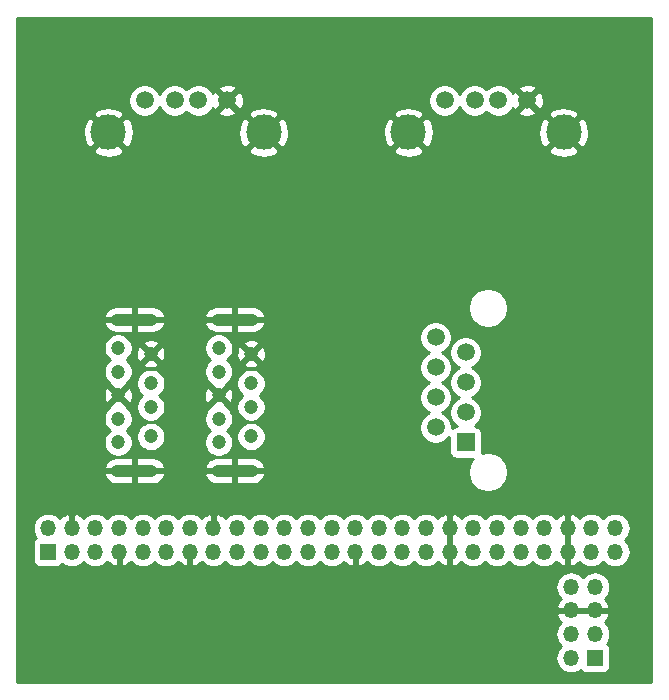
<source format=gbr>
G04 #@! TF.GenerationSoftware,KiCad,Pcbnew,(5.1.2)-1*
G04 #@! TF.CreationDate,2019-10-11T14:20:38-04:00*
G04 #@! TF.ProjectId,faceplate,66616365-706c-4617-9465-2e6b69636164,rev?*
G04 #@! TF.SameCoordinates,Original*
G04 #@! TF.FileFunction,Copper,L4,Inr*
G04 #@! TF.FilePolarity,Positive*
%FSLAX46Y46*%
G04 Gerber Fmt 4.6, Leading zero omitted, Abs format (unit mm)*
G04 Created by KiCad (PCBNEW (5.1.2)-1) date 2019-10-11 14:20:38*
%MOMM*%
%LPD*%
G04 APERTURE LIST*
%ADD10R,1.350000X1.350000*%
%ADD11O,1.350000X1.350000*%
%ADD12C,1.500000*%
%ADD13R,1.500000X1.500000*%
%ADD14C,3.000000*%
%ADD15C,1.200000*%
%ADD16O,4.000000X1.000000*%
%ADD17C,0.254000*%
G04 APERTURE END LIST*
D10*
X180594000Y-128206000D03*
D11*
X178594000Y-128206000D03*
X180594000Y-126206000D03*
X178594000Y-126206000D03*
X180594000Y-124206000D03*
X178594000Y-124206000D03*
X180594000Y-122206000D03*
X178594000Y-122206000D03*
D12*
X167132000Y-101092000D03*
X169672000Y-102362000D03*
X167132000Y-103632000D03*
X169672000Y-104902000D03*
X167132000Y-106172000D03*
X169672000Y-107442000D03*
X167132000Y-108712000D03*
D13*
X169672000Y-109982000D03*
D14*
X139424000Y-83736000D03*
X152564000Y-83736000D03*
D12*
X142494000Y-81026000D03*
X145034000Y-81026000D03*
X147034000Y-81026000D03*
X149494000Y-81026000D03*
D14*
X164824000Y-83736000D03*
X177964000Y-83736000D03*
D12*
X167894000Y-81026000D03*
X170434000Y-81026000D03*
X172434000Y-81026000D03*
X174894000Y-81026000D03*
D15*
X151502000Y-109474000D03*
D16*
X150127000Y-99574000D03*
D15*
X148752000Y-105974000D03*
X148752000Y-103974000D03*
D16*
X150127000Y-112374000D03*
D15*
X148752000Y-101974000D03*
X148752000Y-109974000D03*
X151502000Y-102474000D03*
X151502000Y-104974000D03*
X151502000Y-106974000D03*
X148752000Y-107974000D03*
X143002000Y-109474000D03*
X143002000Y-106974000D03*
X143002000Y-104974000D03*
X143002000Y-102474000D03*
X140252000Y-101974000D03*
X140252000Y-103974000D03*
X140252000Y-105974000D03*
X140252000Y-107974000D03*
X140252000Y-109974000D03*
D16*
X141627000Y-112374000D03*
X141627000Y-99574000D03*
D11*
X182324000Y-117226000D03*
X182324000Y-119226000D03*
X180324000Y-117226000D03*
X180324000Y-119226000D03*
X178324000Y-117226000D03*
X178324000Y-119226000D03*
X176324000Y-117226000D03*
X176324000Y-119226000D03*
X174324000Y-117226000D03*
X174324000Y-119226000D03*
X172324000Y-117226000D03*
X172324000Y-119226000D03*
X170324000Y-117226000D03*
X170324000Y-119226000D03*
X168324000Y-117226000D03*
X168324000Y-119226000D03*
X166324000Y-117226000D03*
X166324000Y-119226000D03*
X164324000Y-117226000D03*
X164324000Y-119226000D03*
X162324000Y-117226000D03*
X162324000Y-119226000D03*
X160324000Y-117226000D03*
X160324000Y-119226000D03*
X158324000Y-117226000D03*
X158324000Y-119226000D03*
X156324000Y-117226000D03*
X156324000Y-119226000D03*
X154324000Y-117226000D03*
X154324000Y-119226000D03*
X152324000Y-117226000D03*
X152324000Y-119226000D03*
X150324000Y-117226000D03*
X150324000Y-119226000D03*
X148324000Y-117226000D03*
X148324000Y-119226000D03*
X146324000Y-117226000D03*
X146324000Y-119226000D03*
X144324000Y-117226000D03*
X144324000Y-119226000D03*
X142324000Y-117226000D03*
X142324000Y-119226000D03*
X140324000Y-117226000D03*
X140324000Y-119226000D03*
X138324000Y-117226000D03*
X138324000Y-119226000D03*
X136324000Y-117226000D03*
X136324000Y-119226000D03*
X134324000Y-117226000D03*
D10*
X134324000Y-119226000D03*
D17*
G36*
X185404001Y-130246000D02*
G01*
X131724000Y-130246000D01*
X131724000Y-126206000D01*
X177277662Y-126206000D01*
X177302955Y-126462805D01*
X177377862Y-126709741D01*
X177499505Y-126937318D01*
X177663208Y-127136792D01*
X177747539Y-127206000D01*
X177663208Y-127275208D01*
X177499505Y-127474682D01*
X177377862Y-127702259D01*
X177302955Y-127949195D01*
X177277662Y-128206000D01*
X177302955Y-128462805D01*
X177377862Y-128709741D01*
X177499505Y-128937318D01*
X177663208Y-129136792D01*
X177862682Y-129300495D01*
X178090259Y-129422138D01*
X178337195Y-129497045D01*
X178529649Y-129516000D01*
X178658351Y-129516000D01*
X178850805Y-129497045D01*
X179097741Y-129422138D01*
X179325318Y-129300495D01*
X179394926Y-129243369D01*
X179467815Y-129332185D01*
X179564506Y-129411537D01*
X179674820Y-129470502D01*
X179794518Y-129506812D01*
X179919000Y-129519072D01*
X181269000Y-129519072D01*
X181393482Y-129506812D01*
X181513180Y-129470502D01*
X181623494Y-129411537D01*
X181720185Y-129332185D01*
X181799537Y-129235494D01*
X181858502Y-129125180D01*
X181894812Y-129005482D01*
X181907072Y-128881000D01*
X181907072Y-127531000D01*
X181894812Y-127406518D01*
X181858502Y-127286820D01*
X181799537Y-127176506D01*
X181720185Y-127079815D01*
X181631369Y-127006926D01*
X181688495Y-126937318D01*
X181810138Y-126709741D01*
X181885045Y-126462805D01*
X181910338Y-126206000D01*
X181885045Y-125949195D01*
X181810138Y-125702259D01*
X181688495Y-125474682D01*
X181524792Y-125275208D01*
X181436352Y-125202628D01*
X181572303Y-125077227D01*
X181723473Y-124869629D01*
X181831238Y-124636528D01*
X181861910Y-124535400D01*
X181738224Y-124333000D01*
X180721000Y-124333000D01*
X180721000Y-124353000D01*
X180467000Y-124353000D01*
X180467000Y-124333000D01*
X178721000Y-124333000D01*
X178721000Y-124353000D01*
X178467000Y-124353000D01*
X178467000Y-124333000D01*
X177449776Y-124333000D01*
X177326090Y-124535400D01*
X177356762Y-124636528D01*
X177464527Y-124869629D01*
X177615697Y-125077227D01*
X177751648Y-125202628D01*
X177663208Y-125275208D01*
X177499505Y-125474682D01*
X177377862Y-125702259D01*
X177302955Y-125949195D01*
X177277662Y-126206000D01*
X131724000Y-126206000D01*
X131724000Y-122206000D01*
X177277662Y-122206000D01*
X177302955Y-122462805D01*
X177377862Y-122709741D01*
X177499505Y-122937318D01*
X177663208Y-123136792D01*
X177751648Y-123209372D01*
X177615697Y-123334773D01*
X177464527Y-123542371D01*
X177356762Y-123775472D01*
X177326090Y-123876600D01*
X177449776Y-124079000D01*
X178467000Y-124079000D01*
X178467000Y-124059000D01*
X178721000Y-124059000D01*
X178721000Y-124079000D01*
X180467000Y-124079000D01*
X180467000Y-124059000D01*
X180721000Y-124059000D01*
X180721000Y-124079000D01*
X181738224Y-124079000D01*
X181861910Y-123876600D01*
X181831238Y-123775472D01*
X181723473Y-123542371D01*
X181572303Y-123334773D01*
X181436352Y-123209372D01*
X181524792Y-123136792D01*
X181688495Y-122937318D01*
X181810138Y-122709741D01*
X181885045Y-122462805D01*
X181910338Y-122206000D01*
X181885045Y-121949195D01*
X181810138Y-121702259D01*
X181688495Y-121474682D01*
X181524792Y-121275208D01*
X181325318Y-121111505D01*
X181097741Y-120989862D01*
X180850805Y-120914955D01*
X180658351Y-120896000D01*
X180529649Y-120896000D01*
X180337195Y-120914955D01*
X180090259Y-120989862D01*
X179862682Y-121111505D01*
X179663208Y-121275208D01*
X179594000Y-121359539D01*
X179524792Y-121275208D01*
X179325318Y-121111505D01*
X179097741Y-120989862D01*
X178850805Y-120914955D01*
X178658351Y-120896000D01*
X178529649Y-120896000D01*
X178337195Y-120914955D01*
X178090259Y-120989862D01*
X177862682Y-121111505D01*
X177663208Y-121275208D01*
X177499505Y-121474682D01*
X177377862Y-121702259D01*
X177302955Y-121949195D01*
X177277662Y-122206000D01*
X131724000Y-122206000D01*
X131724000Y-117226000D01*
X133007662Y-117226000D01*
X133032955Y-117482805D01*
X133107862Y-117729741D01*
X133229505Y-117957318D01*
X133286631Y-118026926D01*
X133197815Y-118099815D01*
X133118463Y-118196506D01*
X133059498Y-118306820D01*
X133023188Y-118426518D01*
X133010928Y-118551000D01*
X133010928Y-119901000D01*
X133023188Y-120025482D01*
X133059498Y-120145180D01*
X133118463Y-120255494D01*
X133197815Y-120352185D01*
X133294506Y-120431537D01*
X133404820Y-120490502D01*
X133524518Y-120526812D01*
X133649000Y-120539072D01*
X134999000Y-120539072D01*
X135123482Y-120526812D01*
X135243180Y-120490502D01*
X135353494Y-120431537D01*
X135450185Y-120352185D01*
X135523074Y-120263369D01*
X135592682Y-120320495D01*
X135820259Y-120442138D01*
X136067195Y-120517045D01*
X136259649Y-120536000D01*
X136388351Y-120536000D01*
X136580805Y-120517045D01*
X136827741Y-120442138D01*
X137055318Y-120320495D01*
X137254792Y-120156792D01*
X137324000Y-120072461D01*
X137393208Y-120156792D01*
X137592682Y-120320495D01*
X137820259Y-120442138D01*
X138067195Y-120517045D01*
X138259649Y-120536000D01*
X138388351Y-120536000D01*
X138580805Y-120517045D01*
X138827741Y-120442138D01*
X139055318Y-120320495D01*
X139254792Y-120156792D01*
X139327372Y-120068352D01*
X139452773Y-120204303D01*
X139660371Y-120355473D01*
X139893472Y-120463238D01*
X139994600Y-120493910D01*
X140197000Y-120370224D01*
X140197000Y-119353000D01*
X140177000Y-119353000D01*
X140177000Y-119099000D01*
X140197000Y-119099000D01*
X140197000Y-119079000D01*
X140451000Y-119079000D01*
X140451000Y-119099000D01*
X140471000Y-119099000D01*
X140471000Y-119353000D01*
X140451000Y-119353000D01*
X140451000Y-120370224D01*
X140653400Y-120493910D01*
X140754528Y-120463238D01*
X140987629Y-120355473D01*
X141195227Y-120204303D01*
X141320628Y-120068352D01*
X141393208Y-120156792D01*
X141592682Y-120320495D01*
X141820259Y-120442138D01*
X142067195Y-120517045D01*
X142259649Y-120536000D01*
X142388351Y-120536000D01*
X142580805Y-120517045D01*
X142827741Y-120442138D01*
X143055318Y-120320495D01*
X143254792Y-120156792D01*
X143324000Y-120072461D01*
X143393208Y-120156792D01*
X143592682Y-120320495D01*
X143820259Y-120442138D01*
X144067195Y-120517045D01*
X144259649Y-120536000D01*
X144388351Y-120536000D01*
X144580805Y-120517045D01*
X144827741Y-120442138D01*
X145055318Y-120320495D01*
X145254792Y-120156792D01*
X145327372Y-120068352D01*
X145452773Y-120204303D01*
X145660371Y-120355473D01*
X145893472Y-120463238D01*
X145994600Y-120493910D01*
X146197000Y-120370224D01*
X146197000Y-119353000D01*
X146177000Y-119353000D01*
X146177000Y-119099000D01*
X146197000Y-119099000D01*
X146197000Y-119079000D01*
X146451000Y-119079000D01*
X146451000Y-119099000D01*
X146471000Y-119099000D01*
X146471000Y-119353000D01*
X146451000Y-119353000D01*
X146451000Y-120370224D01*
X146653400Y-120493910D01*
X146754528Y-120463238D01*
X146987629Y-120355473D01*
X147195227Y-120204303D01*
X147320628Y-120068352D01*
X147393208Y-120156792D01*
X147592682Y-120320495D01*
X147820259Y-120442138D01*
X148067195Y-120517045D01*
X148259649Y-120536000D01*
X148388351Y-120536000D01*
X148580805Y-120517045D01*
X148827741Y-120442138D01*
X149055318Y-120320495D01*
X149254792Y-120156792D01*
X149324000Y-120072461D01*
X149393208Y-120156792D01*
X149592682Y-120320495D01*
X149820259Y-120442138D01*
X150067195Y-120517045D01*
X150259649Y-120536000D01*
X150388351Y-120536000D01*
X150580805Y-120517045D01*
X150827741Y-120442138D01*
X151055318Y-120320495D01*
X151254792Y-120156792D01*
X151324000Y-120072461D01*
X151393208Y-120156792D01*
X151592682Y-120320495D01*
X151820259Y-120442138D01*
X152067195Y-120517045D01*
X152259649Y-120536000D01*
X152388351Y-120536000D01*
X152580805Y-120517045D01*
X152827741Y-120442138D01*
X153055318Y-120320495D01*
X153254792Y-120156792D01*
X153324000Y-120072461D01*
X153393208Y-120156792D01*
X153592682Y-120320495D01*
X153820259Y-120442138D01*
X154067195Y-120517045D01*
X154259649Y-120536000D01*
X154388351Y-120536000D01*
X154580805Y-120517045D01*
X154827741Y-120442138D01*
X155055318Y-120320495D01*
X155254792Y-120156792D01*
X155324000Y-120072461D01*
X155393208Y-120156792D01*
X155592682Y-120320495D01*
X155820259Y-120442138D01*
X156067195Y-120517045D01*
X156259649Y-120536000D01*
X156388351Y-120536000D01*
X156580805Y-120517045D01*
X156827741Y-120442138D01*
X157055318Y-120320495D01*
X157254792Y-120156792D01*
X157324000Y-120072461D01*
X157393208Y-120156792D01*
X157592682Y-120320495D01*
X157820259Y-120442138D01*
X158067195Y-120517045D01*
X158259649Y-120536000D01*
X158388351Y-120536000D01*
X158580805Y-120517045D01*
X158827741Y-120442138D01*
X159055318Y-120320495D01*
X159254792Y-120156792D01*
X159327372Y-120068352D01*
X159452773Y-120204303D01*
X159660371Y-120355473D01*
X159893472Y-120463238D01*
X159994600Y-120493910D01*
X160197000Y-120370224D01*
X160197000Y-119353000D01*
X160177000Y-119353000D01*
X160177000Y-119099000D01*
X160197000Y-119099000D01*
X160197000Y-119079000D01*
X160451000Y-119079000D01*
X160451000Y-119099000D01*
X160471000Y-119099000D01*
X160471000Y-119353000D01*
X160451000Y-119353000D01*
X160451000Y-120370224D01*
X160653400Y-120493910D01*
X160754528Y-120463238D01*
X160987629Y-120355473D01*
X161195227Y-120204303D01*
X161320628Y-120068352D01*
X161393208Y-120156792D01*
X161592682Y-120320495D01*
X161820259Y-120442138D01*
X162067195Y-120517045D01*
X162259649Y-120536000D01*
X162388351Y-120536000D01*
X162580805Y-120517045D01*
X162827741Y-120442138D01*
X163055318Y-120320495D01*
X163254792Y-120156792D01*
X163324000Y-120072461D01*
X163393208Y-120156792D01*
X163592682Y-120320495D01*
X163820259Y-120442138D01*
X164067195Y-120517045D01*
X164259649Y-120536000D01*
X164388351Y-120536000D01*
X164580805Y-120517045D01*
X164827741Y-120442138D01*
X165055318Y-120320495D01*
X165254792Y-120156792D01*
X165324000Y-120072461D01*
X165393208Y-120156792D01*
X165592682Y-120320495D01*
X165820259Y-120442138D01*
X166067195Y-120517045D01*
X166259649Y-120536000D01*
X166388351Y-120536000D01*
X166580805Y-120517045D01*
X166827741Y-120442138D01*
X167055318Y-120320495D01*
X167254792Y-120156792D01*
X167327372Y-120068352D01*
X167452773Y-120204303D01*
X167660371Y-120355473D01*
X167893472Y-120463238D01*
X167994600Y-120493910D01*
X168197000Y-120370224D01*
X168197000Y-119353000D01*
X168177000Y-119353000D01*
X168177000Y-119099000D01*
X168197000Y-119099000D01*
X168197000Y-117353000D01*
X168177000Y-117353000D01*
X168177000Y-117099000D01*
X168197000Y-117099000D01*
X168197000Y-116081776D01*
X168451000Y-116081776D01*
X168451000Y-117099000D01*
X168471000Y-117099000D01*
X168471000Y-117353000D01*
X168451000Y-117353000D01*
X168451000Y-119099000D01*
X168471000Y-119099000D01*
X168471000Y-119353000D01*
X168451000Y-119353000D01*
X168451000Y-120370224D01*
X168653400Y-120493910D01*
X168754528Y-120463238D01*
X168987629Y-120355473D01*
X169195227Y-120204303D01*
X169320628Y-120068352D01*
X169393208Y-120156792D01*
X169592682Y-120320495D01*
X169820259Y-120442138D01*
X170067195Y-120517045D01*
X170259649Y-120536000D01*
X170388351Y-120536000D01*
X170580805Y-120517045D01*
X170827741Y-120442138D01*
X171055318Y-120320495D01*
X171254792Y-120156792D01*
X171324000Y-120072461D01*
X171393208Y-120156792D01*
X171592682Y-120320495D01*
X171820259Y-120442138D01*
X172067195Y-120517045D01*
X172259649Y-120536000D01*
X172388351Y-120536000D01*
X172580805Y-120517045D01*
X172827741Y-120442138D01*
X173055318Y-120320495D01*
X173254792Y-120156792D01*
X173324000Y-120072461D01*
X173393208Y-120156792D01*
X173592682Y-120320495D01*
X173820259Y-120442138D01*
X174067195Y-120517045D01*
X174259649Y-120536000D01*
X174388351Y-120536000D01*
X174580805Y-120517045D01*
X174827741Y-120442138D01*
X175055318Y-120320495D01*
X175254792Y-120156792D01*
X175324000Y-120072461D01*
X175393208Y-120156792D01*
X175592682Y-120320495D01*
X175820259Y-120442138D01*
X176067195Y-120517045D01*
X176259649Y-120536000D01*
X176388351Y-120536000D01*
X176580805Y-120517045D01*
X176827741Y-120442138D01*
X177055318Y-120320495D01*
X177254792Y-120156792D01*
X177327372Y-120068352D01*
X177452773Y-120204303D01*
X177660371Y-120355473D01*
X177893472Y-120463238D01*
X177994600Y-120493910D01*
X178197000Y-120370224D01*
X178197000Y-119353000D01*
X178177000Y-119353000D01*
X178177000Y-119099000D01*
X178197000Y-119099000D01*
X178197000Y-117353000D01*
X178177000Y-117353000D01*
X178177000Y-117099000D01*
X178197000Y-117099000D01*
X178197000Y-116081776D01*
X178451000Y-116081776D01*
X178451000Y-117099000D01*
X178471000Y-117099000D01*
X178471000Y-117353000D01*
X178451000Y-117353000D01*
X178451000Y-119099000D01*
X178471000Y-119099000D01*
X178471000Y-119353000D01*
X178451000Y-119353000D01*
X178451000Y-120370224D01*
X178653400Y-120493910D01*
X178754528Y-120463238D01*
X178987629Y-120355473D01*
X179195227Y-120204303D01*
X179320628Y-120068352D01*
X179393208Y-120156792D01*
X179592682Y-120320495D01*
X179820259Y-120442138D01*
X180067195Y-120517045D01*
X180259649Y-120536000D01*
X180388351Y-120536000D01*
X180580805Y-120517045D01*
X180827741Y-120442138D01*
X181055318Y-120320495D01*
X181254792Y-120156792D01*
X181324000Y-120072461D01*
X181393208Y-120156792D01*
X181592682Y-120320495D01*
X181820259Y-120442138D01*
X182067195Y-120517045D01*
X182259649Y-120536000D01*
X182388351Y-120536000D01*
X182580805Y-120517045D01*
X182827741Y-120442138D01*
X183055318Y-120320495D01*
X183254792Y-120156792D01*
X183418495Y-119957318D01*
X183540138Y-119729741D01*
X183615045Y-119482805D01*
X183640338Y-119226000D01*
X183615045Y-118969195D01*
X183540138Y-118722259D01*
X183418495Y-118494682D01*
X183254792Y-118295208D01*
X183170461Y-118226000D01*
X183254792Y-118156792D01*
X183418495Y-117957318D01*
X183540138Y-117729741D01*
X183615045Y-117482805D01*
X183640338Y-117226000D01*
X183615045Y-116969195D01*
X183540138Y-116722259D01*
X183418495Y-116494682D01*
X183254792Y-116295208D01*
X183055318Y-116131505D01*
X182827741Y-116009862D01*
X182580805Y-115934955D01*
X182388351Y-115916000D01*
X182259649Y-115916000D01*
X182067195Y-115934955D01*
X181820259Y-116009862D01*
X181592682Y-116131505D01*
X181393208Y-116295208D01*
X181324000Y-116379539D01*
X181254792Y-116295208D01*
X181055318Y-116131505D01*
X180827741Y-116009862D01*
X180580805Y-115934955D01*
X180388351Y-115916000D01*
X180259649Y-115916000D01*
X180067195Y-115934955D01*
X179820259Y-116009862D01*
X179592682Y-116131505D01*
X179393208Y-116295208D01*
X179320628Y-116383648D01*
X179195227Y-116247697D01*
X178987629Y-116096527D01*
X178754528Y-115988762D01*
X178653400Y-115958090D01*
X178451000Y-116081776D01*
X178197000Y-116081776D01*
X177994600Y-115958090D01*
X177893472Y-115988762D01*
X177660371Y-116096527D01*
X177452773Y-116247697D01*
X177327372Y-116383648D01*
X177254792Y-116295208D01*
X177055318Y-116131505D01*
X176827741Y-116009862D01*
X176580805Y-115934955D01*
X176388351Y-115916000D01*
X176259649Y-115916000D01*
X176067195Y-115934955D01*
X175820259Y-116009862D01*
X175592682Y-116131505D01*
X175393208Y-116295208D01*
X175324000Y-116379539D01*
X175254792Y-116295208D01*
X175055318Y-116131505D01*
X174827741Y-116009862D01*
X174580805Y-115934955D01*
X174388351Y-115916000D01*
X174259649Y-115916000D01*
X174067195Y-115934955D01*
X173820259Y-116009862D01*
X173592682Y-116131505D01*
X173393208Y-116295208D01*
X173324000Y-116379539D01*
X173254792Y-116295208D01*
X173055318Y-116131505D01*
X172827741Y-116009862D01*
X172580805Y-115934955D01*
X172388351Y-115916000D01*
X172259649Y-115916000D01*
X172067195Y-115934955D01*
X171820259Y-116009862D01*
X171592682Y-116131505D01*
X171393208Y-116295208D01*
X171324000Y-116379539D01*
X171254792Y-116295208D01*
X171055318Y-116131505D01*
X170827741Y-116009862D01*
X170580805Y-115934955D01*
X170388351Y-115916000D01*
X170259649Y-115916000D01*
X170067195Y-115934955D01*
X169820259Y-116009862D01*
X169592682Y-116131505D01*
X169393208Y-116295208D01*
X169320628Y-116383648D01*
X169195227Y-116247697D01*
X168987629Y-116096527D01*
X168754528Y-115988762D01*
X168653400Y-115958090D01*
X168451000Y-116081776D01*
X168197000Y-116081776D01*
X167994600Y-115958090D01*
X167893472Y-115988762D01*
X167660371Y-116096527D01*
X167452773Y-116247697D01*
X167327372Y-116383648D01*
X167254792Y-116295208D01*
X167055318Y-116131505D01*
X166827741Y-116009862D01*
X166580805Y-115934955D01*
X166388351Y-115916000D01*
X166259649Y-115916000D01*
X166067195Y-115934955D01*
X165820259Y-116009862D01*
X165592682Y-116131505D01*
X165393208Y-116295208D01*
X165324000Y-116379539D01*
X165254792Y-116295208D01*
X165055318Y-116131505D01*
X164827741Y-116009862D01*
X164580805Y-115934955D01*
X164388351Y-115916000D01*
X164259649Y-115916000D01*
X164067195Y-115934955D01*
X163820259Y-116009862D01*
X163592682Y-116131505D01*
X163393208Y-116295208D01*
X163324000Y-116379539D01*
X163254792Y-116295208D01*
X163055318Y-116131505D01*
X162827741Y-116009862D01*
X162580805Y-115934955D01*
X162388351Y-115916000D01*
X162259649Y-115916000D01*
X162067195Y-115934955D01*
X161820259Y-116009862D01*
X161592682Y-116131505D01*
X161393208Y-116295208D01*
X161324000Y-116379539D01*
X161254792Y-116295208D01*
X161055318Y-116131505D01*
X160827741Y-116009862D01*
X160580805Y-115934955D01*
X160388351Y-115916000D01*
X160259649Y-115916000D01*
X160067195Y-115934955D01*
X159820259Y-116009862D01*
X159592682Y-116131505D01*
X159393208Y-116295208D01*
X159324000Y-116379539D01*
X159254792Y-116295208D01*
X159055318Y-116131505D01*
X158827741Y-116009862D01*
X158580805Y-115934955D01*
X158388351Y-115916000D01*
X158259649Y-115916000D01*
X158067195Y-115934955D01*
X157820259Y-116009862D01*
X157592682Y-116131505D01*
X157393208Y-116295208D01*
X157324000Y-116379539D01*
X157254792Y-116295208D01*
X157055318Y-116131505D01*
X156827741Y-116009862D01*
X156580805Y-115934955D01*
X156388351Y-115916000D01*
X156259649Y-115916000D01*
X156067195Y-115934955D01*
X155820259Y-116009862D01*
X155592682Y-116131505D01*
X155393208Y-116295208D01*
X155324000Y-116379539D01*
X155254792Y-116295208D01*
X155055318Y-116131505D01*
X154827741Y-116009862D01*
X154580805Y-115934955D01*
X154388351Y-115916000D01*
X154259649Y-115916000D01*
X154067195Y-115934955D01*
X153820259Y-116009862D01*
X153592682Y-116131505D01*
X153393208Y-116295208D01*
X153324000Y-116379539D01*
X153254792Y-116295208D01*
X153055318Y-116131505D01*
X152827741Y-116009862D01*
X152580805Y-115934955D01*
X152388351Y-115916000D01*
X152259649Y-115916000D01*
X152067195Y-115934955D01*
X151820259Y-116009862D01*
X151592682Y-116131505D01*
X151393208Y-116295208D01*
X151324000Y-116379539D01*
X151254792Y-116295208D01*
X151055318Y-116131505D01*
X150827741Y-116009862D01*
X150580805Y-115934955D01*
X150388351Y-115916000D01*
X150259649Y-115916000D01*
X150067195Y-115934955D01*
X149820259Y-116009862D01*
X149592682Y-116131505D01*
X149393208Y-116295208D01*
X149320628Y-116383648D01*
X149195227Y-116247697D01*
X148987629Y-116096527D01*
X148754528Y-115988762D01*
X148653400Y-115958090D01*
X148451000Y-116081776D01*
X148451000Y-117099000D01*
X148471000Y-117099000D01*
X148471000Y-117353000D01*
X148451000Y-117353000D01*
X148451000Y-117373000D01*
X148197000Y-117373000D01*
X148197000Y-117353000D01*
X148177000Y-117353000D01*
X148177000Y-117099000D01*
X148197000Y-117099000D01*
X148197000Y-116081776D01*
X147994600Y-115958090D01*
X147893472Y-115988762D01*
X147660371Y-116096527D01*
X147452773Y-116247697D01*
X147327372Y-116383648D01*
X147254792Y-116295208D01*
X147055318Y-116131505D01*
X146827741Y-116009862D01*
X146580805Y-115934955D01*
X146388351Y-115916000D01*
X146259649Y-115916000D01*
X146067195Y-115934955D01*
X145820259Y-116009862D01*
X145592682Y-116131505D01*
X145393208Y-116295208D01*
X145324000Y-116379539D01*
X145254792Y-116295208D01*
X145055318Y-116131505D01*
X144827741Y-116009862D01*
X144580805Y-115934955D01*
X144388351Y-115916000D01*
X144259649Y-115916000D01*
X144067195Y-115934955D01*
X143820259Y-116009862D01*
X143592682Y-116131505D01*
X143393208Y-116295208D01*
X143324000Y-116379539D01*
X143254792Y-116295208D01*
X143055318Y-116131505D01*
X142827741Y-116009862D01*
X142580805Y-115934955D01*
X142388351Y-115916000D01*
X142259649Y-115916000D01*
X142067195Y-115934955D01*
X141820259Y-116009862D01*
X141592682Y-116131505D01*
X141393208Y-116295208D01*
X141324000Y-116379539D01*
X141254792Y-116295208D01*
X141055318Y-116131505D01*
X140827741Y-116009862D01*
X140580805Y-115934955D01*
X140388351Y-115916000D01*
X140259649Y-115916000D01*
X140067195Y-115934955D01*
X139820259Y-116009862D01*
X139592682Y-116131505D01*
X139393208Y-116295208D01*
X139324000Y-116379539D01*
X139254792Y-116295208D01*
X139055318Y-116131505D01*
X138827741Y-116009862D01*
X138580805Y-115934955D01*
X138388351Y-115916000D01*
X138259649Y-115916000D01*
X138067195Y-115934955D01*
X137820259Y-116009862D01*
X137592682Y-116131505D01*
X137393208Y-116295208D01*
X137320628Y-116383648D01*
X137195227Y-116247697D01*
X136987629Y-116096527D01*
X136754528Y-115988762D01*
X136653400Y-115958090D01*
X136451000Y-116081776D01*
X136451000Y-117099000D01*
X136471000Y-117099000D01*
X136471000Y-117353000D01*
X136451000Y-117353000D01*
X136451000Y-117373000D01*
X136197000Y-117373000D01*
X136197000Y-117353000D01*
X136177000Y-117353000D01*
X136177000Y-117099000D01*
X136197000Y-117099000D01*
X136197000Y-116081776D01*
X135994600Y-115958090D01*
X135893472Y-115988762D01*
X135660371Y-116096527D01*
X135452773Y-116247697D01*
X135327372Y-116383648D01*
X135254792Y-116295208D01*
X135055318Y-116131505D01*
X134827741Y-116009862D01*
X134580805Y-115934955D01*
X134388351Y-115916000D01*
X134259649Y-115916000D01*
X134067195Y-115934955D01*
X133820259Y-116009862D01*
X133592682Y-116131505D01*
X133393208Y-116295208D01*
X133229505Y-116494682D01*
X133107862Y-116722259D01*
X133032955Y-116969195D01*
X133007662Y-117226000D01*
X131724000Y-117226000D01*
X131724000Y-112675874D01*
X139032881Y-112675874D01*
X139112724Y-112898976D01*
X139234631Y-113086764D01*
X139390831Y-113247161D01*
X139575322Y-113374003D01*
X139781013Y-113462415D01*
X140000000Y-113509000D01*
X141500000Y-113509000D01*
X141500000Y-112501000D01*
X141754000Y-112501000D01*
X141754000Y-113509000D01*
X143254000Y-113509000D01*
X143472987Y-113462415D01*
X143678678Y-113374003D01*
X143863169Y-113247161D01*
X144019369Y-113086764D01*
X144141276Y-112898976D01*
X144221119Y-112675874D01*
X147532881Y-112675874D01*
X147612724Y-112898976D01*
X147734631Y-113086764D01*
X147890831Y-113247161D01*
X148075322Y-113374003D01*
X148281013Y-113462415D01*
X148500000Y-113509000D01*
X150000000Y-113509000D01*
X150000000Y-112501000D01*
X150254000Y-112501000D01*
X150254000Y-113509000D01*
X151754000Y-113509000D01*
X151972987Y-113462415D01*
X152178678Y-113374003D01*
X152363169Y-113247161D01*
X152519369Y-113086764D01*
X152641276Y-112898976D01*
X152721119Y-112675874D01*
X152594954Y-112501000D01*
X150254000Y-112501000D01*
X150000000Y-112501000D01*
X147659046Y-112501000D01*
X147532881Y-112675874D01*
X144221119Y-112675874D01*
X144094954Y-112501000D01*
X141754000Y-112501000D01*
X141500000Y-112501000D01*
X139159046Y-112501000D01*
X139032881Y-112675874D01*
X131724000Y-112675874D01*
X131724000Y-112072126D01*
X139032881Y-112072126D01*
X139159046Y-112247000D01*
X141500000Y-112247000D01*
X141500000Y-111239000D01*
X141754000Y-111239000D01*
X141754000Y-112247000D01*
X144094954Y-112247000D01*
X144221119Y-112072126D01*
X147532881Y-112072126D01*
X147659046Y-112247000D01*
X150000000Y-112247000D01*
X150000000Y-111239000D01*
X150254000Y-111239000D01*
X150254000Y-112247000D01*
X152594954Y-112247000D01*
X152721119Y-112072126D01*
X152641276Y-111849024D01*
X152519369Y-111661236D01*
X152363169Y-111500839D01*
X152178678Y-111373997D01*
X151972987Y-111285585D01*
X151754000Y-111239000D01*
X150254000Y-111239000D01*
X150000000Y-111239000D01*
X148500000Y-111239000D01*
X148281013Y-111285585D01*
X148075322Y-111373997D01*
X147890831Y-111500839D01*
X147734631Y-111661236D01*
X147612724Y-111849024D01*
X147532881Y-112072126D01*
X144221119Y-112072126D01*
X144141276Y-111849024D01*
X144019369Y-111661236D01*
X143863169Y-111500839D01*
X143678678Y-111373997D01*
X143472987Y-111285585D01*
X143254000Y-111239000D01*
X141754000Y-111239000D01*
X141500000Y-111239000D01*
X140000000Y-111239000D01*
X139781013Y-111285585D01*
X139575322Y-111373997D01*
X139390831Y-111500839D01*
X139234631Y-111661236D01*
X139112724Y-111849024D01*
X139032881Y-112072126D01*
X131724000Y-112072126D01*
X131724000Y-107852363D01*
X139017000Y-107852363D01*
X139017000Y-108095637D01*
X139064460Y-108334236D01*
X139157557Y-108558992D01*
X139292713Y-108761267D01*
X139464733Y-108933287D01*
X139525664Y-108974000D01*
X139464733Y-109014713D01*
X139292713Y-109186733D01*
X139157557Y-109389008D01*
X139064460Y-109613764D01*
X139017000Y-109852363D01*
X139017000Y-110095637D01*
X139064460Y-110334236D01*
X139157557Y-110558992D01*
X139292713Y-110761267D01*
X139464733Y-110933287D01*
X139667008Y-111068443D01*
X139891764Y-111161540D01*
X140130363Y-111209000D01*
X140373637Y-111209000D01*
X140612236Y-111161540D01*
X140836992Y-111068443D01*
X141039267Y-110933287D01*
X141211287Y-110761267D01*
X141346443Y-110558992D01*
X141439540Y-110334236D01*
X141487000Y-110095637D01*
X141487000Y-109852363D01*
X141439540Y-109613764D01*
X141346443Y-109389008D01*
X141321958Y-109352363D01*
X141767000Y-109352363D01*
X141767000Y-109595637D01*
X141814460Y-109834236D01*
X141907557Y-110058992D01*
X142042713Y-110261267D01*
X142214733Y-110433287D01*
X142417008Y-110568443D01*
X142641764Y-110661540D01*
X142880363Y-110709000D01*
X143123637Y-110709000D01*
X143362236Y-110661540D01*
X143586992Y-110568443D01*
X143789267Y-110433287D01*
X143961287Y-110261267D01*
X144096443Y-110058992D01*
X144189540Y-109834236D01*
X144237000Y-109595637D01*
X144237000Y-109352363D01*
X144189540Y-109113764D01*
X144096443Y-108889008D01*
X143961287Y-108686733D01*
X143789267Y-108514713D01*
X143586992Y-108379557D01*
X143362236Y-108286460D01*
X143123637Y-108239000D01*
X142880363Y-108239000D01*
X142641764Y-108286460D01*
X142417008Y-108379557D01*
X142214733Y-108514713D01*
X142042713Y-108686733D01*
X141907557Y-108889008D01*
X141814460Y-109113764D01*
X141767000Y-109352363D01*
X141321958Y-109352363D01*
X141211287Y-109186733D01*
X141039267Y-109014713D01*
X140978336Y-108974000D01*
X141039267Y-108933287D01*
X141211287Y-108761267D01*
X141346443Y-108558992D01*
X141439540Y-108334236D01*
X141487000Y-108095637D01*
X141487000Y-107852363D01*
X141439540Y-107613764D01*
X141346443Y-107389008D01*
X141211287Y-107186733D01*
X141039267Y-107014713D01*
X140901267Y-106922504D01*
X140922159Y-106823764D01*
X140252000Y-106153605D01*
X139581841Y-106823764D01*
X139602733Y-106922504D01*
X139464733Y-107014713D01*
X139292713Y-107186733D01*
X139157557Y-107389008D01*
X139064460Y-107613764D01*
X139017000Y-107852363D01*
X131724000Y-107852363D01*
X131724000Y-106052438D01*
X139013505Y-106052438D01*
X139052605Y-106292549D01*
X139137798Y-106520418D01*
X139178652Y-106596852D01*
X139402236Y-106644159D01*
X140072395Y-105974000D01*
X140431605Y-105974000D01*
X141101764Y-106644159D01*
X141325348Y-106596852D01*
X141426237Y-106375484D01*
X141482000Y-106138687D01*
X141490495Y-105895562D01*
X141451395Y-105655451D01*
X141366202Y-105427582D01*
X141325348Y-105351148D01*
X141101764Y-105303841D01*
X140431605Y-105974000D01*
X140072395Y-105974000D01*
X139402236Y-105303841D01*
X139178652Y-105351148D01*
X139077763Y-105572516D01*
X139022000Y-105809313D01*
X139013505Y-106052438D01*
X131724000Y-106052438D01*
X131724000Y-101852363D01*
X139017000Y-101852363D01*
X139017000Y-102095637D01*
X139064460Y-102334236D01*
X139157557Y-102558992D01*
X139292713Y-102761267D01*
X139464733Y-102933287D01*
X139525664Y-102974000D01*
X139464733Y-103014713D01*
X139292713Y-103186733D01*
X139157557Y-103389008D01*
X139064460Y-103613764D01*
X139017000Y-103852363D01*
X139017000Y-104095637D01*
X139064460Y-104334236D01*
X139157557Y-104558992D01*
X139292713Y-104761267D01*
X139464733Y-104933287D01*
X139602733Y-105025496D01*
X139581841Y-105124236D01*
X140252000Y-105794395D01*
X140922159Y-105124236D01*
X140901267Y-105025496D01*
X141039267Y-104933287D01*
X141120191Y-104852363D01*
X141767000Y-104852363D01*
X141767000Y-105095637D01*
X141814460Y-105334236D01*
X141907557Y-105558992D01*
X142042713Y-105761267D01*
X142214733Y-105933287D01*
X142275664Y-105974000D01*
X142214733Y-106014713D01*
X142042713Y-106186733D01*
X141907557Y-106389008D01*
X141814460Y-106613764D01*
X141767000Y-106852363D01*
X141767000Y-107095637D01*
X141814460Y-107334236D01*
X141907557Y-107558992D01*
X142042713Y-107761267D01*
X142214733Y-107933287D01*
X142417008Y-108068443D01*
X142641764Y-108161540D01*
X142880363Y-108209000D01*
X143123637Y-108209000D01*
X143362236Y-108161540D01*
X143586992Y-108068443D01*
X143789267Y-107933287D01*
X143870191Y-107852363D01*
X147517000Y-107852363D01*
X147517000Y-108095637D01*
X147564460Y-108334236D01*
X147657557Y-108558992D01*
X147792713Y-108761267D01*
X147964733Y-108933287D01*
X148025664Y-108974000D01*
X147964733Y-109014713D01*
X147792713Y-109186733D01*
X147657557Y-109389008D01*
X147564460Y-109613764D01*
X147517000Y-109852363D01*
X147517000Y-110095637D01*
X147564460Y-110334236D01*
X147657557Y-110558992D01*
X147792713Y-110761267D01*
X147964733Y-110933287D01*
X148167008Y-111068443D01*
X148391764Y-111161540D01*
X148630363Y-111209000D01*
X148873637Y-111209000D01*
X149112236Y-111161540D01*
X149336992Y-111068443D01*
X149539267Y-110933287D01*
X149711287Y-110761267D01*
X149846443Y-110558992D01*
X149939540Y-110334236D01*
X149987000Y-110095637D01*
X149987000Y-109852363D01*
X149939540Y-109613764D01*
X149846443Y-109389008D01*
X149821958Y-109352363D01*
X150267000Y-109352363D01*
X150267000Y-109595637D01*
X150314460Y-109834236D01*
X150407557Y-110058992D01*
X150542713Y-110261267D01*
X150714733Y-110433287D01*
X150917008Y-110568443D01*
X151141764Y-110661540D01*
X151380363Y-110709000D01*
X151623637Y-110709000D01*
X151862236Y-110661540D01*
X152086992Y-110568443D01*
X152289267Y-110433287D01*
X152461287Y-110261267D01*
X152596443Y-110058992D01*
X152689540Y-109834236D01*
X152737000Y-109595637D01*
X152737000Y-109352363D01*
X152689540Y-109113764D01*
X152596443Y-108889008D01*
X152461287Y-108686733D01*
X152289267Y-108514713D01*
X152086992Y-108379557D01*
X151862236Y-108286460D01*
X151623637Y-108239000D01*
X151380363Y-108239000D01*
X151141764Y-108286460D01*
X150917008Y-108379557D01*
X150714733Y-108514713D01*
X150542713Y-108686733D01*
X150407557Y-108889008D01*
X150314460Y-109113764D01*
X150267000Y-109352363D01*
X149821958Y-109352363D01*
X149711287Y-109186733D01*
X149539267Y-109014713D01*
X149478336Y-108974000D01*
X149539267Y-108933287D01*
X149711287Y-108761267D01*
X149846443Y-108558992D01*
X149939540Y-108334236D01*
X149987000Y-108095637D01*
X149987000Y-107852363D01*
X149939540Y-107613764D01*
X149846443Y-107389008D01*
X149711287Y-107186733D01*
X149539267Y-107014713D01*
X149401267Y-106922504D01*
X149422159Y-106823764D01*
X148752000Y-106153605D01*
X148081841Y-106823764D01*
X148102733Y-106922504D01*
X147964733Y-107014713D01*
X147792713Y-107186733D01*
X147657557Y-107389008D01*
X147564460Y-107613764D01*
X147517000Y-107852363D01*
X143870191Y-107852363D01*
X143961287Y-107761267D01*
X144096443Y-107558992D01*
X144189540Y-107334236D01*
X144237000Y-107095637D01*
X144237000Y-106852363D01*
X144189540Y-106613764D01*
X144096443Y-106389008D01*
X143961287Y-106186733D01*
X143826992Y-106052438D01*
X147513505Y-106052438D01*
X147552605Y-106292549D01*
X147637798Y-106520418D01*
X147678652Y-106596852D01*
X147902236Y-106644159D01*
X148572395Y-105974000D01*
X148931605Y-105974000D01*
X149601764Y-106644159D01*
X149825348Y-106596852D01*
X149926237Y-106375484D01*
X149982000Y-106138687D01*
X149990495Y-105895562D01*
X149951395Y-105655451D01*
X149866202Y-105427582D01*
X149825348Y-105351148D01*
X149601764Y-105303841D01*
X148931605Y-105974000D01*
X148572395Y-105974000D01*
X147902236Y-105303841D01*
X147678652Y-105351148D01*
X147577763Y-105572516D01*
X147522000Y-105809313D01*
X147513505Y-106052438D01*
X143826992Y-106052438D01*
X143789267Y-106014713D01*
X143728336Y-105974000D01*
X143789267Y-105933287D01*
X143961287Y-105761267D01*
X144096443Y-105558992D01*
X144189540Y-105334236D01*
X144237000Y-105095637D01*
X144237000Y-104852363D01*
X144189540Y-104613764D01*
X144096443Y-104389008D01*
X143961287Y-104186733D01*
X143789267Y-104014713D01*
X143586992Y-103879557D01*
X143362236Y-103786460D01*
X143123637Y-103739000D01*
X142880363Y-103739000D01*
X142641764Y-103786460D01*
X142417008Y-103879557D01*
X142214733Y-104014713D01*
X142042713Y-104186733D01*
X141907557Y-104389008D01*
X141814460Y-104613764D01*
X141767000Y-104852363D01*
X141120191Y-104852363D01*
X141211287Y-104761267D01*
X141346443Y-104558992D01*
X141439540Y-104334236D01*
X141487000Y-104095637D01*
X141487000Y-103852363D01*
X141439540Y-103613764D01*
X141346443Y-103389008D01*
X141302849Y-103323764D01*
X142331841Y-103323764D01*
X142379148Y-103547348D01*
X142600516Y-103648237D01*
X142837313Y-103704000D01*
X143080438Y-103712495D01*
X143320549Y-103673395D01*
X143548418Y-103588202D01*
X143624852Y-103547348D01*
X143672159Y-103323764D01*
X143002000Y-102653605D01*
X142331841Y-103323764D01*
X141302849Y-103323764D01*
X141211287Y-103186733D01*
X141039267Y-103014713D01*
X140978336Y-102974000D01*
X141039267Y-102933287D01*
X141211287Y-102761267D01*
X141346443Y-102558992D01*
X141349157Y-102552438D01*
X141763505Y-102552438D01*
X141802605Y-102792549D01*
X141887798Y-103020418D01*
X141928652Y-103096852D01*
X142152236Y-103144159D01*
X142822395Y-102474000D01*
X143181605Y-102474000D01*
X143851764Y-103144159D01*
X144075348Y-103096852D01*
X144176237Y-102875484D01*
X144232000Y-102638687D01*
X144240495Y-102395562D01*
X144201395Y-102155451D01*
X144116202Y-101927582D01*
X144075998Y-101852363D01*
X147517000Y-101852363D01*
X147517000Y-102095637D01*
X147564460Y-102334236D01*
X147657557Y-102558992D01*
X147792713Y-102761267D01*
X147964733Y-102933287D01*
X148025664Y-102974000D01*
X147964733Y-103014713D01*
X147792713Y-103186733D01*
X147657557Y-103389008D01*
X147564460Y-103613764D01*
X147517000Y-103852363D01*
X147517000Y-104095637D01*
X147564460Y-104334236D01*
X147657557Y-104558992D01*
X147792713Y-104761267D01*
X147964733Y-104933287D01*
X148102733Y-105025496D01*
X148081841Y-105124236D01*
X148752000Y-105794395D01*
X149422159Y-105124236D01*
X149401267Y-105025496D01*
X149539267Y-104933287D01*
X149620191Y-104852363D01*
X150267000Y-104852363D01*
X150267000Y-105095637D01*
X150314460Y-105334236D01*
X150407557Y-105558992D01*
X150542713Y-105761267D01*
X150714733Y-105933287D01*
X150775664Y-105974000D01*
X150714733Y-106014713D01*
X150542713Y-106186733D01*
X150407557Y-106389008D01*
X150314460Y-106613764D01*
X150267000Y-106852363D01*
X150267000Y-107095637D01*
X150314460Y-107334236D01*
X150407557Y-107558992D01*
X150542713Y-107761267D01*
X150714733Y-107933287D01*
X150917008Y-108068443D01*
X151141764Y-108161540D01*
X151380363Y-108209000D01*
X151623637Y-108209000D01*
X151862236Y-108161540D01*
X152086992Y-108068443D01*
X152289267Y-107933287D01*
X152461287Y-107761267D01*
X152596443Y-107558992D01*
X152689540Y-107334236D01*
X152737000Y-107095637D01*
X152737000Y-106852363D01*
X152689540Y-106613764D01*
X152596443Y-106389008D01*
X152461287Y-106186733D01*
X152289267Y-106014713D01*
X152228336Y-105974000D01*
X152289267Y-105933287D01*
X152461287Y-105761267D01*
X152596443Y-105558992D01*
X152689540Y-105334236D01*
X152737000Y-105095637D01*
X152737000Y-104852363D01*
X152689540Y-104613764D01*
X152596443Y-104389008D01*
X152461287Y-104186733D01*
X152289267Y-104014713D01*
X152086992Y-103879557D01*
X151862236Y-103786460D01*
X151623637Y-103739000D01*
X151380363Y-103739000D01*
X151141764Y-103786460D01*
X150917008Y-103879557D01*
X150714733Y-104014713D01*
X150542713Y-104186733D01*
X150407557Y-104389008D01*
X150314460Y-104613764D01*
X150267000Y-104852363D01*
X149620191Y-104852363D01*
X149711287Y-104761267D01*
X149846443Y-104558992D01*
X149939540Y-104334236D01*
X149987000Y-104095637D01*
X149987000Y-103852363D01*
X149939540Y-103613764D01*
X149846443Y-103389008D01*
X149802849Y-103323764D01*
X150831841Y-103323764D01*
X150879148Y-103547348D01*
X151100516Y-103648237D01*
X151337313Y-103704000D01*
X151580438Y-103712495D01*
X151820549Y-103673395D01*
X152048418Y-103588202D01*
X152124852Y-103547348D01*
X152172159Y-103323764D01*
X151502000Y-102653605D01*
X150831841Y-103323764D01*
X149802849Y-103323764D01*
X149711287Y-103186733D01*
X149539267Y-103014713D01*
X149478336Y-102974000D01*
X149539267Y-102933287D01*
X149711287Y-102761267D01*
X149846443Y-102558992D01*
X149849157Y-102552438D01*
X150263505Y-102552438D01*
X150302605Y-102792549D01*
X150387798Y-103020418D01*
X150428652Y-103096852D01*
X150652236Y-103144159D01*
X151322395Y-102474000D01*
X151681605Y-102474000D01*
X152351764Y-103144159D01*
X152575348Y-103096852D01*
X152676237Y-102875484D01*
X152732000Y-102638687D01*
X152740495Y-102395562D01*
X152701395Y-102155451D01*
X152616202Y-101927582D01*
X152575348Y-101851148D01*
X152351764Y-101803841D01*
X151681605Y-102474000D01*
X151322395Y-102474000D01*
X150652236Y-101803841D01*
X150428652Y-101851148D01*
X150327763Y-102072516D01*
X150272000Y-102309313D01*
X150263505Y-102552438D01*
X149849157Y-102552438D01*
X149939540Y-102334236D01*
X149987000Y-102095637D01*
X149987000Y-101852363D01*
X149941623Y-101624236D01*
X150831841Y-101624236D01*
X151502000Y-102294395D01*
X152172159Y-101624236D01*
X152124852Y-101400652D01*
X151903484Y-101299763D01*
X151666687Y-101244000D01*
X151423562Y-101235505D01*
X151183451Y-101274605D01*
X150955582Y-101359798D01*
X150879148Y-101400652D01*
X150831841Y-101624236D01*
X149941623Y-101624236D01*
X149939540Y-101613764D01*
X149846443Y-101389008D01*
X149711287Y-101186733D01*
X149539267Y-101014713D01*
X149450782Y-100955589D01*
X165747000Y-100955589D01*
X165747000Y-101228411D01*
X165800225Y-101495989D01*
X165904629Y-101748043D01*
X166056201Y-101974886D01*
X166249114Y-102167799D01*
X166475957Y-102319371D01*
X166578873Y-102362000D01*
X166475957Y-102404629D01*
X166249114Y-102556201D01*
X166056201Y-102749114D01*
X165904629Y-102975957D01*
X165800225Y-103228011D01*
X165747000Y-103495589D01*
X165747000Y-103768411D01*
X165800225Y-104035989D01*
X165904629Y-104288043D01*
X166056201Y-104514886D01*
X166249114Y-104707799D01*
X166475957Y-104859371D01*
X166578873Y-104902000D01*
X166475957Y-104944629D01*
X166249114Y-105096201D01*
X166056201Y-105289114D01*
X165904629Y-105515957D01*
X165800225Y-105768011D01*
X165747000Y-106035589D01*
X165747000Y-106308411D01*
X165800225Y-106575989D01*
X165904629Y-106828043D01*
X166056201Y-107054886D01*
X166249114Y-107247799D01*
X166475957Y-107399371D01*
X166578873Y-107442000D01*
X166475957Y-107484629D01*
X166249114Y-107636201D01*
X166056201Y-107829114D01*
X165904629Y-108055957D01*
X165800225Y-108308011D01*
X165747000Y-108575589D01*
X165747000Y-108848411D01*
X165800225Y-109115989D01*
X165904629Y-109368043D01*
X166056201Y-109594886D01*
X166249114Y-109787799D01*
X166475957Y-109939371D01*
X166728011Y-110043775D01*
X166995589Y-110097000D01*
X167268411Y-110097000D01*
X167535989Y-110043775D01*
X167788043Y-109939371D01*
X168014886Y-109787799D01*
X168207799Y-109594886D01*
X168283928Y-109480951D01*
X168283928Y-110732000D01*
X168296188Y-110856482D01*
X168332498Y-110976180D01*
X168391463Y-111086494D01*
X168470815Y-111183185D01*
X168567506Y-111262537D01*
X168677820Y-111321502D01*
X168797518Y-111357812D01*
X168922000Y-111370072D01*
X170259764Y-111370072D01*
X170231523Y-111398313D01*
X170045479Y-111676748D01*
X169917330Y-111986128D01*
X169852000Y-112314565D01*
X169852000Y-112649435D01*
X169917330Y-112977872D01*
X170045479Y-113287252D01*
X170231523Y-113565687D01*
X170468313Y-113802477D01*
X170746748Y-113988521D01*
X171056128Y-114116670D01*
X171384565Y-114182000D01*
X171719435Y-114182000D01*
X172047872Y-114116670D01*
X172357252Y-113988521D01*
X172635687Y-113802477D01*
X172872477Y-113565687D01*
X173058521Y-113287252D01*
X173186670Y-112977872D01*
X173252000Y-112649435D01*
X173252000Y-112314565D01*
X173186670Y-111986128D01*
X173058521Y-111676748D01*
X172872477Y-111398313D01*
X172635687Y-111161523D01*
X172357252Y-110975479D01*
X172047872Y-110847330D01*
X171719435Y-110782000D01*
X171384565Y-110782000D01*
X171056128Y-110847330D01*
X171048398Y-110850532D01*
X171060072Y-110732000D01*
X171060072Y-109232000D01*
X171047812Y-109107518D01*
X171011502Y-108987820D01*
X170952537Y-108877506D01*
X170873185Y-108780815D01*
X170776494Y-108701463D01*
X170666180Y-108642498D01*
X170546482Y-108606188D01*
X170438517Y-108595555D01*
X170554886Y-108517799D01*
X170747799Y-108324886D01*
X170899371Y-108098043D01*
X171003775Y-107845989D01*
X171057000Y-107578411D01*
X171057000Y-107305589D01*
X171003775Y-107038011D01*
X170899371Y-106785957D01*
X170747799Y-106559114D01*
X170554886Y-106366201D01*
X170328043Y-106214629D01*
X170225127Y-106172000D01*
X170328043Y-106129371D01*
X170554886Y-105977799D01*
X170747799Y-105784886D01*
X170899371Y-105558043D01*
X171003775Y-105305989D01*
X171057000Y-105038411D01*
X171057000Y-104765589D01*
X171003775Y-104498011D01*
X170899371Y-104245957D01*
X170747799Y-104019114D01*
X170554886Y-103826201D01*
X170328043Y-103674629D01*
X170225127Y-103632000D01*
X170328043Y-103589371D01*
X170554886Y-103437799D01*
X170747799Y-103244886D01*
X170899371Y-103018043D01*
X171003775Y-102765989D01*
X171057000Y-102498411D01*
X171057000Y-102225589D01*
X171003775Y-101958011D01*
X170899371Y-101705957D01*
X170747799Y-101479114D01*
X170554886Y-101286201D01*
X170328043Y-101134629D01*
X170075989Y-101030225D01*
X169808411Y-100977000D01*
X169535589Y-100977000D01*
X169268011Y-101030225D01*
X169015957Y-101134629D01*
X168789114Y-101286201D01*
X168596201Y-101479114D01*
X168444629Y-101705957D01*
X168340225Y-101958011D01*
X168287000Y-102225589D01*
X168287000Y-102498411D01*
X168340225Y-102765989D01*
X168444629Y-103018043D01*
X168596201Y-103244886D01*
X168789114Y-103437799D01*
X169015957Y-103589371D01*
X169118873Y-103632000D01*
X169015957Y-103674629D01*
X168789114Y-103826201D01*
X168596201Y-104019114D01*
X168444629Y-104245957D01*
X168340225Y-104498011D01*
X168287000Y-104765589D01*
X168287000Y-105038411D01*
X168340225Y-105305989D01*
X168444629Y-105558043D01*
X168596201Y-105784886D01*
X168789114Y-105977799D01*
X169015957Y-106129371D01*
X169118873Y-106172000D01*
X169015957Y-106214629D01*
X168789114Y-106366201D01*
X168596201Y-106559114D01*
X168444629Y-106785957D01*
X168340225Y-107038011D01*
X168287000Y-107305589D01*
X168287000Y-107578411D01*
X168340225Y-107845989D01*
X168444629Y-108098043D01*
X168596201Y-108324886D01*
X168789114Y-108517799D01*
X168905483Y-108595555D01*
X168797518Y-108606188D01*
X168677820Y-108642498D01*
X168567506Y-108701463D01*
X168517000Y-108742912D01*
X168517000Y-108575589D01*
X168463775Y-108308011D01*
X168359371Y-108055957D01*
X168207799Y-107829114D01*
X168014886Y-107636201D01*
X167788043Y-107484629D01*
X167685127Y-107442000D01*
X167788043Y-107399371D01*
X168014886Y-107247799D01*
X168207799Y-107054886D01*
X168359371Y-106828043D01*
X168463775Y-106575989D01*
X168517000Y-106308411D01*
X168517000Y-106035589D01*
X168463775Y-105768011D01*
X168359371Y-105515957D01*
X168207799Y-105289114D01*
X168014886Y-105096201D01*
X167788043Y-104944629D01*
X167685127Y-104902000D01*
X167788043Y-104859371D01*
X168014886Y-104707799D01*
X168207799Y-104514886D01*
X168359371Y-104288043D01*
X168463775Y-104035989D01*
X168517000Y-103768411D01*
X168517000Y-103495589D01*
X168463775Y-103228011D01*
X168359371Y-102975957D01*
X168207799Y-102749114D01*
X168014886Y-102556201D01*
X167788043Y-102404629D01*
X167685127Y-102362000D01*
X167788043Y-102319371D01*
X168014886Y-102167799D01*
X168207799Y-101974886D01*
X168359371Y-101748043D01*
X168463775Y-101495989D01*
X168517000Y-101228411D01*
X168517000Y-100955589D01*
X168463775Y-100688011D01*
X168359371Y-100435957D01*
X168207799Y-100209114D01*
X168014886Y-100016201D01*
X167788043Y-99864629D01*
X167535989Y-99760225D01*
X167268411Y-99707000D01*
X166995589Y-99707000D01*
X166728011Y-99760225D01*
X166475957Y-99864629D01*
X166249114Y-100016201D01*
X166056201Y-100209114D01*
X165904629Y-100435957D01*
X165800225Y-100688011D01*
X165747000Y-100955589D01*
X149450782Y-100955589D01*
X149336992Y-100879557D01*
X149112236Y-100786460D01*
X148873637Y-100739000D01*
X148630363Y-100739000D01*
X148391764Y-100786460D01*
X148167008Y-100879557D01*
X147964733Y-101014713D01*
X147792713Y-101186733D01*
X147657557Y-101389008D01*
X147564460Y-101613764D01*
X147517000Y-101852363D01*
X144075998Y-101852363D01*
X144075348Y-101851148D01*
X143851764Y-101803841D01*
X143181605Y-102474000D01*
X142822395Y-102474000D01*
X142152236Y-101803841D01*
X141928652Y-101851148D01*
X141827763Y-102072516D01*
X141772000Y-102309313D01*
X141763505Y-102552438D01*
X141349157Y-102552438D01*
X141439540Y-102334236D01*
X141487000Y-102095637D01*
X141487000Y-101852363D01*
X141441623Y-101624236D01*
X142331841Y-101624236D01*
X143002000Y-102294395D01*
X143672159Y-101624236D01*
X143624852Y-101400652D01*
X143403484Y-101299763D01*
X143166687Y-101244000D01*
X142923562Y-101235505D01*
X142683451Y-101274605D01*
X142455582Y-101359798D01*
X142379148Y-101400652D01*
X142331841Y-101624236D01*
X141441623Y-101624236D01*
X141439540Y-101613764D01*
X141346443Y-101389008D01*
X141211287Y-101186733D01*
X141039267Y-101014713D01*
X140836992Y-100879557D01*
X140612236Y-100786460D01*
X140373637Y-100739000D01*
X140130363Y-100739000D01*
X139891764Y-100786460D01*
X139667008Y-100879557D01*
X139464733Y-101014713D01*
X139292713Y-101186733D01*
X139157557Y-101389008D01*
X139064460Y-101613764D01*
X139017000Y-101852363D01*
X131724000Y-101852363D01*
X131724000Y-99875874D01*
X139032881Y-99875874D01*
X139112724Y-100098976D01*
X139234631Y-100286764D01*
X139390831Y-100447161D01*
X139575322Y-100574003D01*
X139781013Y-100662415D01*
X140000000Y-100709000D01*
X141500000Y-100709000D01*
X141500000Y-99701000D01*
X141754000Y-99701000D01*
X141754000Y-100709000D01*
X143254000Y-100709000D01*
X143472987Y-100662415D01*
X143678678Y-100574003D01*
X143863169Y-100447161D01*
X144019369Y-100286764D01*
X144141276Y-100098976D01*
X144221119Y-99875874D01*
X147532881Y-99875874D01*
X147612724Y-100098976D01*
X147734631Y-100286764D01*
X147890831Y-100447161D01*
X148075322Y-100574003D01*
X148281013Y-100662415D01*
X148500000Y-100709000D01*
X150000000Y-100709000D01*
X150000000Y-99701000D01*
X150254000Y-99701000D01*
X150254000Y-100709000D01*
X151754000Y-100709000D01*
X151972987Y-100662415D01*
X152178678Y-100574003D01*
X152363169Y-100447161D01*
X152519369Y-100286764D01*
X152641276Y-100098976D01*
X152721119Y-99875874D01*
X152594954Y-99701000D01*
X150254000Y-99701000D01*
X150000000Y-99701000D01*
X147659046Y-99701000D01*
X147532881Y-99875874D01*
X144221119Y-99875874D01*
X144094954Y-99701000D01*
X141754000Y-99701000D01*
X141500000Y-99701000D01*
X139159046Y-99701000D01*
X139032881Y-99875874D01*
X131724000Y-99875874D01*
X131724000Y-99272126D01*
X139032881Y-99272126D01*
X139159046Y-99447000D01*
X141500000Y-99447000D01*
X141500000Y-98439000D01*
X141754000Y-98439000D01*
X141754000Y-99447000D01*
X144094954Y-99447000D01*
X144221119Y-99272126D01*
X147532881Y-99272126D01*
X147659046Y-99447000D01*
X150000000Y-99447000D01*
X150000000Y-98439000D01*
X150254000Y-98439000D01*
X150254000Y-99447000D01*
X152594954Y-99447000D01*
X152721119Y-99272126D01*
X152641276Y-99049024D01*
X152519369Y-98861236D01*
X152363169Y-98700839D01*
X152178678Y-98573997D01*
X151972987Y-98485585D01*
X151754000Y-98439000D01*
X150254000Y-98439000D01*
X150000000Y-98439000D01*
X148500000Y-98439000D01*
X148281013Y-98485585D01*
X148075322Y-98573997D01*
X147890831Y-98700839D01*
X147734631Y-98861236D01*
X147612724Y-99049024D01*
X147532881Y-99272126D01*
X144221119Y-99272126D01*
X144141276Y-99049024D01*
X144019369Y-98861236D01*
X143863169Y-98700839D01*
X143678678Y-98573997D01*
X143472987Y-98485585D01*
X143254000Y-98439000D01*
X141754000Y-98439000D01*
X141500000Y-98439000D01*
X140000000Y-98439000D01*
X139781013Y-98485585D01*
X139575322Y-98573997D01*
X139390831Y-98700839D01*
X139234631Y-98861236D01*
X139112724Y-99049024D01*
X139032881Y-99272126D01*
X131724000Y-99272126D01*
X131724000Y-98414565D01*
X169852000Y-98414565D01*
X169852000Y-98749435D01*
X169917330Y-99077872D01*
X170045479Y-99387252D01*
X170231523Y-99665687D01*
X170468313Y-99902477D01*
X170746748Y-100088521D01*
X171056128Y-100216670D01*
X171384565Y-100282000D01*
X171719435Y-100282000D01*
X172047872Y-100216670D01*
X172357252Y-100088521D01*
X172635687Y-99902477D01*
X172872477Y-99665687D01*
X173058521Y-99387252D01*
X173186670Y-99077872D01*
X173252000Y-98749435D01*
X173252000Y-98414565D01*
X173186670Y-98086128D01*
X173058521Y-97776748D01*
X172872477Y-97498313D01*
X172635687Y-97261523D01*
X172357252Y-97075479D01*
X172047872Y-96947330D01*
X171719435Y-96882000D01*
X171384565Y-96882000D01*
X171056128Y-96947330D01*
X170746748Y-97075479D01*
X170468313Y-97261523D01*
X170231523Y-97498313D01*
X170045479Y-97776748D01*
X169917330Y-98086128D01*
X169852000Y-98414565D01*
X131724000Y-98414565D01*
X131724000Y-85227653D01*
X138111952Y-85227653D01*
X138267962Y-85543214D01*
X138642745Y-85734020D01*
X139047551Y-85848044D01*
X139466824Y-85880902D01*
X139884451Y-85831334D01*
X140284383Y-85701243D01*
X140580038Y-85543214D01*
X140736048Y-85227653D01*
X151251952Y-85227653D01*
X151407962Y-85543214D01*
X151782745Y-85734020D01*
X152187551Y-85848044D01*
X152606824Y-85880902D01*
X153024451Y-85831334D01*
X153424383Y-85701243D01*
X153720038Y-85543214D01*
X153876048Y-85227653D01*
X163511952Y-85227653D01*
X163667962Y-85543214D01*
X164042745Y-85734020D01*
X164447551Y-85848044D01*
X164866824Y-85880902D01*
X165284451Y-85831334D01*
X165684383Y-85701243D01*
X165980038Y-85543214D01*
X166136048Y-85227653D01*
X176651952Y-85227653D01*
X176807962Y-85543214D01*
X177182745Y-85734020D01*
X177587551Y-85848044D01*
X178006824Y-85880902D01*
X178424451Y-85831334D01*
X178824383Y-85701243D01*
X179120038Y-85543214D01*
X179276048Y-85227653D01*
X177964000Y-83915605D01*
X176651952Y-85227653D01*
X166136048Y-85227653D01*
X164824000Y-83915605D01*
X163511952Y-85227653D01*
X153876048Y-85227653D01*
X152564000Y-83915605D01*
X151251952Y-85227653D01*
X140736048Y-85227653D01*
X139424000Y-83915605D01*
X138111952Y-85227653D01*
X131724000Y-85227653D01*
X131724000Y-83778824D01*
X137279098Y-83778824D01*
X137328666Y-84196451D01*
X137458757Y-84596383D01*
X137616786Y-84892038D01*
X137932347Y-85048048D01*
X139244395Y-83736000D01*
X139603605Y-83736000D01*
X140915653Y-85048048D01*
X141231214Y-84892038D01*
X141422020Y-84517255D01*
X141536044Y-84112449D01*
X141562189Y-83778824D01*
X150419098Y-83778824D01*
X150468666Y-84196451D01*
X150598757Y-84596383D01*
X150756786Y-84892038D01*
X151072347Y-85048048D01*
X152384395Y-83736000D01*
X152743605Y-83736000D01*
X154055653Y-85048048D01*
X154371214Y-84892038D01*
X154562020Y-84517255D01*
X154676044Y-84112449D01*
X154702189Y-83778824D01*
X162679098Y-83778824D01*
X162728666Y-84196451D01*
X162858757Y-84596383D01*
X163016786Y-84892038D01*
X163332347Y-85048048D01*
X164644395Y-83736000D01*
X165003605Y-83736000D01*
X166315653Y-85048048D01*
X166631214Y-84892038D01*
X166822020Y-84517255D01*
X166936044Y-84112449D01*
X166962189Y-83778824D01*
X175819098Y-83778824D01*
X175868666Y-84196451D01*
X175998757Y-84596383D01*
X176156786Y-84892038D01*
X176472347Y-85048048D01*
X177784395Y-83736000D01*
X178143605Y-83736000D01*
X179455653Y-85048048D01*
X179771214Y-84892038D01*
X179962020Y-84517255D01*
X180076044Y-84112449D01*
X180108902Y-83693176D01*
X180059334Y-83275549D01*
X179929243Y-82875617D01*
X179771214Y-82579962D01*
X179455653Y-82423952D01*
X178143605Y-83736000D01*
X177784395Y-83736000D01*
X176472347Y-82423952D01*
X176156786Y-82579962D01*
X175965980Y-82954745D01*
X175851956Y-83359551D01*
X175819098Y-83778824D01*
X166962189Y-83778824D01*
X166968902Y-83693176D01*
X166919334Y-83275549D01*
X166789243Y-82875617D01*
X166631214Y-82579962D01*
X166315653Y-82423952D01*
X165003605Y-83736000D01*
X164644395Y-83736000D01*
X163332347Y-82423952D01*
X163016786Y-82579962D01*
X162825980Y-82954745D01*
X162711956Y-83359551D01*
X162679098Y-83778824D01*
X154702189Y-83778824D01*
X154708902Y-83693176D01*
X154659334Y-83275549D01*
X154529243Y-82875617D01*
X154371214Y-82579962D01*
X154055653Y-82423952D01*
X152743605Y-83736000D01*
X152384395Y-83736000D01*
X151072347Y-82423952D01*
X150756786Y-82579962D01*
X150565980Y-82954745D01*
X150451956Y-83359551D01*
X150419098Y-83778824D01*
X141562189Y-83778824D01*
X141568902Y-83693176D01*
X141519334Y-83275549D01*
X141389243Y-82875617D01*
X141231214Y-82579962D01*
X140915653Y-82423952D01*
X139603605Y-83736000D01*
X139244395Y-83736000D01*
X137932347Y-82423952D01*
X137616786Y-82579962D01*
X137425980Y-82954745D01*
X137311956Y-83359551D01*
X137279098Y-83778824D01*
X131724000Y-83778824D01*
X131724000Y-82244347D01*
X138111952Y-82244347D01*
X139424000Y-83556395D01*
X140736048Y-82244347D01*
X140580038Y-81928786D01*
X140205255Y-81737980D01*
X139800449Y-81623956D01*
X139381176Y-81591098D01*
X138963549Y-81640666D01*
X138563617Y-81770757D01*
X138267962Y-81928786D01*
X138111952Y-82244347D01*
X131724000Y-82244347D01*
X131724000Y-80889589D01*
X141109000Y-80889589D01*
X141109000Y-81162411D01*
X141162225Y-81429989D01*
X141266629Y-81682043D01*
X141418201Y-81908886D01*
X141611114Y-82101799D01*
X141837957Y-82253371D01*
X142090011Y-82357775D01*
X142357589Y-82411000D01*
X142630411Y-82411000D01*
X142897989Y-82357775D01*
X143150043Y-82253371D01*
X143376886Y-82101799D01*
X143569799Y-81908886D01*
X143721371Y-81682043D01*
X143764000Y-81579127D01*
X143806629Y-81682043D01*
X143958201Y-81908886D01*
X144151114Y-82101799D01*
X144377957Y-82253371D01*
X144630011Y-82357775D01*
X144897589Y-82411000D01*
X145170411Y-82411000D01*
X145437989Y-82357775D01*
X145690043Y-82253371D01*
X145916886Y-82101799D01*
X146034000Y-81984685D01*
X146151114Y-82101799D01*
X146377957Y-82253371D01*
X146630011Y-82357775D01*
X146897589Y-82411000D01*
X147170411Y-82411000D01*
X147437989Y-82357775D01*
X147690043Y-82253371D01*
X147916886Y-82101799D01*
X148035692Y-81982993D01*
X148716612Y-81982993D01*
X148782137Y-82221860D01*
X149029116Y-82337760D01*
X149293960Y-82403250D01*
X149566492Y-82415812D01*
X149836238Y-82374965D01*
X150092832Y-82282277D01*
X150163793Y-82244347D01*
X151251952Y-82244347D01*
X152564000Y-83556395D01*
X153876048Y-82244347D01*
X163511952Y-82244347D01*
X164824000Y-83556395D01*
X166136048Y-82244347D01*
X165980038Y-81928786D01*
X165605255Y-81737980D01*
X165200449Y-81623956D01*
X164781176Y-81591098D01*
X164363549Y-81640666D01*
X163963617Y-81770757D01*
X163667962Y-81928786D01*
X163511952Y-82244347D01*
X153876048Y-82244347D01*
X153720038Y-81928786D01*
X153345255Y-81737980D01*
X152940449Y-81623956D01*
X152521176Y-81591098D01*
X152103549Y-81640666D01*
X151703617Y-81770757D01*
X151407962Y-81928786D01*
X151251952Y-82244347D01*
X150163793Y-82244347D01*
X150205863Y-82221860D01*
X150271388Y-81982993D01*
X149494000Y-81205605D01*
X148716612Y-81982993D01*
X148035692Y-81982993D01*
X148109799Y-81908886D01*
X148261371Y-81682043D01*
X148264398Y-81674736D01*
X148298140Y-81737863D01*
X148537007Y-81803388D01*
X149314395Y-81026000D01*
X149673605Y-81026000D01*
X150450993Y-81803388D01*
X150689860Y-81737863D01*
X150805760Y-81490884D01*
X150871250Y-81226040D01*
X150883812Y-80953508D01*
X150874133Y-80889589D01*
X166509000Y-80889589D01*
X166509000Y-81162411D01*
X166562225Y-81429989D01*
X166666629Y-81682043D01*
X166818201Y-81908886D01*
X167011114Y-82101799D01*
X167237957Y-82253371D01*
X167490011Y-82357775D01*
X167757589Y-82411000D01*
X168030411Y-82411000D01*
X168297989Y-82357775D01*
X168550043Y-82253371D01*
X168776886Y-82101799D01*
X168969799Y-81908886D01*
X169121371Y-81682043D01*
X169164000Y-81579127D01*
X169206629Y-81682043D01*
X169358201Y-81908886D01*
X169551114Y-82101799D01*
X169777957Y-82253371D01*
X170030011Y-82357775D01*
X170297589Y-82411000D01*
X170570411Y-82411000D01*
X170837989Y-82357775D01*
X171090043Y-82253371D01*
X171316886Y-82101799D01*
X171434000Y-81984685D01*
X171551114Y-82101799D01*
X171777957Y-82253371D01*
X172030011Y-82357775D01*
X172297589Y-82411000D01*
X172570411Y-82411000D01*
X172837989Y-82357775D01*
X173090043Y-82253371D01*
X173316886Y-82101799D01*
X173435692Y-81982993D01*
X174116612Y-81982993D01*
X174182137Y-82221860D01*
X174429116Y-82337760D01*
X174693960Y-82403250D01*
X174966492Y-82415812D01*
X175236238Y-82374965D01*
X175492832Y-82282277D01*
X175563793Y-82244347D01*
X176651952Y-82244347D01*
X177964000Y-83556395D01*
X179276048Y-82244347D01*
X179120038Y-81928786D01*
X178745255Y-81737980D01*
X178340449Y-81623956D01*
X177921176Y-81591098D01*
X177503549Y-81640666D01*
X177103617Y-81770757D01*
X176807962Y-81928786D01*
X176651952Y-82244347D01*
X175563793Y-82244347D01*
X175605863Y-82221860D01*
X175671388Y-81982993D01*
X174894000Y-81205605D01*
X174116612Y-81982993D01*
X173435692Y-81982993D01*
X173509799Y-81908886D01*
X173661371Y-81682043D01*
X173664398Y-81674736D01*
X173698140Y-81737863D01*
X173937007Y-81803388D01*
X174714395Y-81026000D01*
X175073605Y-81026000D01*
X175850993Y-81803388D01*
X176089860Y-81737863D01*
X176205760Y-81490884D01*
X176271250Y-81226040D01*
X176283812Y-80953508D01*
X176242965Y-80683762D01*
X176150277Y-80427168D01*
X176089860Y-80314137D01*
X175850993Y-80248612D01*
X175073605Y-81026000D01*
X174714395Y-81026000D01*
X173937007Y-80248612D01*
X173698140Y-80314137D01*
X173666329Y-80381926D01*
X173661371Y-80369957D01*
X173509799Y-80143114D01*
X173435692Y-80069007D01*
X174116612Y-80069007D01*
X174894000Y-80846395D01*
X175671388Y-80069007D01*
X175605863Y-79830140D01*
X175358884Y-79714240D01*
X175094040Y-79648750D01*
X174821508Y-79636188D01*
X174551762Y-79677035D01*
X174295168Y-79769723D01*
X174182137Y-79830140D01*
X174116612Y-80069007D01*
X173435692Y-80069007D01*
X173316886Y-79950201D01*
X173090043Y-79798629D01*
X172837989Y-79694225D01*
X172570411Y-79641000D01*
X172297589Y-79641000D01*
X172030011Y-79694225D01*
X171777957Y-79798629D01*
X171551114Y-79950201D01*
X171434000Y-80067315D01*
X171316886Y-79950201D01*
X171090043Y-79798629D01*
X170837989Y-79694225D01*
X170570411Y-79641000D01*
X170297589Y-79641000D01*
X170030011Y-79694225D01*
X169777957Y-79798629D01*
X169551114Y-79950201D01*
X169358201Y-80143114D01*
X169206629Y-80369957D01*
X169164000Y-80472873D01*
X169121371Y-80369957D01*
X168969799Y-80143114D01*
X168776886Y-79950201D01*
X168550043Y-79798629D01*
X168297989Y-79694225D01*
X168030411Y-79641000D01*
X167757589Y-79641000D01*
X167490011Y-79694225D01*
X167237957Y-79798629D01*
X167011114Y-79950201D01*
X166818201Y-80143114D01*
X166666629Y-80369957D01*
X166562225Y-80622011D01*
X166509000Y-80889589D01*
X150874133Y-80889589D01*
X150842965Y-80683762D01*
X150750277Y-80427168D01*
X150689860Y-80314137D01*
X150450993Y-80248612D01*
X149673605Y-81026000D01*
X149314395Y-81026000D01*
X148537007Y-80248612D01*
X148298140Y-80314137D01*
X148266329Y-80381926D01*
X148261371Y-80369957D01*
X148109799Y-80143114D01*
X148035692Y-80069007D01*
X148716612Y-80069007D01*
X149494000Y-80846395D01*
X150271388Y-80069007D01*
X150205863Y-79830140D01*
X149958884Y-79714240D01*
X149694040Y-79648750D01*
X149421508Y-79636188D01*
X149151762Y-79677035D01*
X148895168Y-79769723D01*
X148782137Y-79830140D01*
X148716612Y-80069007D01*
X148035692Y-80069007D01*
X147916886Y-79950201D01*
X147690043Y-79798629D01*
X147437989Y-79694225D01*
X147170411Y-79641000D01*
X146897589Y-79641000D01*
X146630011Y-79694225D01*
X146377957Y-79798629D01*
X146151114Y-79950201D01*
X146034000Y-80067315D01*
X145916886Y-79950201D01*
X145690043Y-79798629D01*
X145437989Y-79694225D01*
X145170411Y-79641000D01*
X144897589Y-79641000D01*
X144630011Y-79694225D01*
X144377957Y-79798629D01*
X144151114Y-79950201D01*
X143958201Y-80143114D01*
X143806629Y-80369957D01*
X143764000Y-80472873D01*
X143721371Y-80369957D01*
X143569799Y-80143114D01*
X143376886Y-79950201D01*
X143150043Y-79798629D01*
X142897989Y-79694225D01*
X142630411Y-79641000D01*
X142357589Y-79641000D01*
X142090011Y-79694225D01*
X141837957Y-79798629D01*
X141611114Y-79950201D01*
X141418201Y-80143114D01*
X141266629Y-80369957D01*
X141162225Y-80622011D01*
X141109000Y-80889589D01*
X131724000Y-80889589D01*
X131724000Y-74066000D01*
X185404000Y-74066000D01*
X185404001Y-130246000D01*
X185404001Y-130246000D01*
G37*
X185404001Y-130246000D02*
X131724000Y-130246000D01*
X131724000Y-126206000D01*
X177277662Y-126206000D01*
X177302955Y-126462805D01*
X177377862Y-126709741D01*
X177499505Y-126937318D01*
X177663208Y-127136792D01*
X177747539Y-127206000D01*
X177663208Y-127275208D01*
X177499505Y-127474682D01*
X177377862Y-127702259D01*
X177302955Y-127949195D01*
X177277662Y-128206000D01*
X177302955Y-128462805D01*
X177377862Y-128709741D01*
X177499505Y-128937318D01*
X177663208Y-129136792D01*
X177862682Y-129300495D01*
X178090259Y-129422138D01*
X178337195Y-129497045D01*
X178529649Y-129516000D01*
X178658351Y-129516000D01*
X178850805Y-129497045D01*
X179097741Y-129422138D01*
X179325318Y-129300495D01*
X179394926Y-129243369D01*
X179467815Y-129332185D01*
X179564506Y-129411537D01*
X179674820Y-129470502D01*
X179794518Y-129506812D01*
X179919000Y-129519072D01*
X181269000Y-129519072D01*
X181393482Y-129506812D01*
X181513180Y-129470502D01*
X181623494Y-129411537D01*
X181720185Y-129332185D01*
X181799537Y-129235494D01*
X181858502Y-129125180D01*
X181894812Y-129005482D01*
X181907072Y-128881000D01*
X181907072Y-127531000D01*
X181894812Y-127406518D01*
X181858502Y-127286820D01*
X181799537Y-127176506D01*
X181720185Y-127079815D01*
X181631369Y-127006926D01*
X181688495Y-126937318D01*
X181810138Y-126709741D01*
X181885045Y-126462805D01*
X181910338Y-126206000D01*
X181885045Y-125949195D01*
X181810138Y-125702259D01*
X181688495Y-125474682D01*
X181524792Y-125275208D01*
X181436352Y-125202628D01*
X181572303Y-125077227D01*
X181723473Y-124869629D01*
X181831238Y-124636528D01*
X181861910Y-124535400D01*
X181738224Y-124333000D01*
X180721000Y-124333000D01*
X180721000Y-124353000D01*
X180467000Y-124353000D01*
X180467000Y-124333000D01*
X178721000Y-124333000D01*
X178721000Y-124353000D01*
X178467000Y-124353000D01*
X178467000Y-124333000D01*
X177449776Y-124333000D01*
X177326090Y-124535400D01*
X177356762Y-124636528D01*
X177464527Y-124869629D01*
X177615697Y-125077227D01*
X177751648Y-125202628D01*
X177663208Y-125275208D01*
X177499505Y-125474682D01*
X177377862Y-125702259D01*
X177302955Y-125949195D01*
X177277662Y-126206000D01*
X131724000Y-126206000D01*
X131724000Y-122206000D01*
X177277662Y-122206000D01*
X177302955Y-122462805D01*
X177377862Y-122709741D01*
X177499505Y-122937318D01*
X177663208Y-123136792D01*
X177751648Y-123209372D01*
X177615697Y-123334773D01*
X177464527Y-123542371D01*
X177356762Y-123775472D01*
X177326090Y-123876600D01*
X177449776Y-124079000D01*
X178467000Y-124079000D01*
X178467000Y-124059000D01*
X178721000Y-124059000D01*
X178721000Y-124079000D01*
X180467000Y-124079000D01*
X180467000Y-124059000D01*
X180721000Y-124059000D01*
X180721000Y-124079000D01*
X181738224Y-124079000D01*
X181861910Y-123876600D01*
X181831238Y-123775472D01*
X181723473Y-123542371D01*
X181572303Y-123334773D01*
X181436352Y-123209372D01*
X181524792Y-123136792D01*
X181688495Y-122937318D01*
X181810138Y-122709741D01*
X181885045Y-122462805D01*
X181910338Y-122206000D01*
X181885045Y-121949195D01*
X181810138Y-121702259D01*
X181688495Y-121474682D01*
X181524792Y-121275208D01*
X181325318Y-121111505D01*
X181097741Y-120989862D01*
X180850805Y-120914955D01*
X180658351Y-120896000D01*
X180529649Y-120896000D01*
X180337195Y-120914955D01*
X180090259Y-120989862D01*
X179862682Y-121111505D01*
X179663208Y-121275208D01*
X179594000Y-121359539D01*
X179524792Y-121275208D01*
X179325318Y-121111505D01*
X179097741Y-120989862D01*
X178850805Y-120914955D01*
X178658351Y-120896000D01*
X178529649Y-120896000D01*
X178337195Y-120914955D01*
X178090259Y-120989862D01*
X177862682Y-121111505D01*
X177663208Y-121275208D01*
X177499505Y-121474682D01*
X177377862Y-121702259D01*
X177302955Y-121949195D01*
X177277662Y-122206000D01*
X131724000Y-122206000D01*
X131724000Y-117226000D01*
X133007662Y-117226000D01*
X133032955Y-117482805D01*
X133107862Y-117729741D01*
X133229505Y-117957318D01*
X133286631Y-118026926D01*
X133197815Y-118099815D01*
X133118463Y-118196506D01*
X133059498Y-118306820D01*
X133023188Y-118426518D01*
X133010928Y-118551000D01*
X133010928Y-119901000D01*
X133023188Y-120025482D01*
X133059498Y-120145180D01*
X133118463Y-120255494D01*
X133197815Y-120352185D01*
X133294506Y-120431537D01*
X133404820Y-120490502D01*
X133524518Y-120526812D01*
X133649000Y-120539072D01*
X134999000Y-120539072D01*
X135123482Y-120526812D01*
X135243180Y-120490502D01*
X135353494Y-120431537D01*
X135450185Y-120352185D01*
X135523074Y-120263369D01*
X135592682Y-120320495D01*
X135820259Y-120442138D01*
X136067195Y-120517045D01*
X136259649Y-120536000D01*
X136388351Y-120536000D01*
X136580805Y-120517045D01*
X136827741Y-120442138D01*
X137055318Y-120320495D01*
X137254792Y-120156792D01*
X137324000Y-120072461D01*
X137393208Y-120156792D01*
X137592682Y-120320495D01*
X137820259Y-120442138D01*
X138067195Y-120517045D01*
X138259649Y-120536000D01*
X138388351Y-120536000D01*
X138580805Y-120517045D01*
X138827741Y-120442138D01*
X139055318Y-120320495D01*
X139254792Y-120156792D01*
X139327372Y-120068352D01*
X139452773Y-120204303D01*
X139660371Y-120355473D01*
X139893472Y-120463238D01*
X139994600Y-120493910D01*
X140197000Y-120370224D01*
X140197000Y-119353000D01*
X140177000Y-119353000D01*
X140177000Y-119099000D01*
X140197000Y-119099000D01*
X140197000Y-119079000D01*
X140451000Y-119079000D01*
X140451000Y-119099000D01*
X140471000Y-119099000D01*
X140471000Y-119353000D01*
X140451000Y-119353000D01*
X140451000Y-120370224D01*
X140653400Y-120493910D01*
X140754528Y-120463238D01*
X140987629Y-120355473D01*
X141195227Y-120204303D01*
X141320628Y-120068352D01*
X141393208Y-120156792D01*
X141592682Y-120320495D01*
X141820259Y-120442138D01*
X142067195Y-120517045D01*
X142259649Y-120536000D01*
X142388351Y-120536000D01*
X142580805Y-120517045D01*
X142827741Y-120442138D01*
X143055318Y-120320495D01*
X143254792Y-120156792D01*
X143324000Y-120072461D01*
X143393208Y-120156792D01*
X143592682Y-120320495D01*
X143820259Y-120442138D01*
X144067195Y-120517045D01*
X144259649Y-120536000D01*
X144388351Y-120536000D01*
X144580805Y-120517045D01*
X144827741Y-120442138D01*
X145055318Y-120320495D01*
X145254792Y-120156792D01*
X145327372Y-120068352D01*
X145452773Y-120204303D01*
X145660371Y-120355473D01*
X145893472Y-120463238D01*
X145994600Y-120493910D01*
X146197000Y-120370224D01*
X146197000Y-119353000D01*
X146177000Y-119353000D01*
X146177000Y-119099000D01*
X146197000Y-119099000D01*
X146197000Y-119079000D01*
X146451000Y-119079000D01*
X146451000Y-119099000D01*
X146471000Y-119099000D01*
X146471000Y-119353000D01*
X146451000Y-119353000D01*
X146451000Y-120370224D01*
X146653400Y-120493910D01*
X146754528Y-120463238D01*
X146987629Y-120355473D01*
X147195227Y-120204303D01*
X147320628Y-120068352D01*
X147393208Y-120156792D01*
X147592682Y-120320495D01*
X147820259Y-120442138D01*
X148067195Y-120517045D01*
X148259649Y-120536000D01*
X148388351Y-120536000D01*
X148580805Y-120517045D01*
X148827741Y-120442138D01*
X149055318Y-120320495D01*
X149254792Y-120156792D01*
X149324000Y-120072461D01*
X149393208Y-120156792D01*
X149592682Y-120320495D01*
X149820259Y-120442138D01*
X150067195Y-120517045D01*
X150259649Y-120536000D01*
X150388351Y-120536000D01*
X150580805Y-120517045D01*
X150827741Y-120442138D01*
X151055318Y-120320495D01*
X151254792Y-120156792D01*
X151324000Y-120072461D01*
X151393208Y-120156792D01*
X151592682Y-120320495D01*
X151820259Y-120442138D01*
X152067195Y-120517045D01*
X152259649Y-120536000D01*
X152388351Y-120536000D01*
X152580805Y-120517045D01*
X152827741Y-120442138D01*
X153055318Y-120320495D01*
X153254792Y-120156792D01*
X153324000Y-120072461D01*
X153393208Y-120156792D01*
X153592682Y-120320495D01*
X153820259Y-120442138D01*
X154067195Y-120517045D01*
X154259649Y-120536000D01*
X154388351Y-120536000D01*
X154580805Y-120517045D01*
X154827741Y-120442138D01*
X155055318Y-120320495D01*
X155254792Y-120156792D01*
X155324000Y-120072461D01*
X155393208Y-120156792D01*
X155592682Y-120320495D01*
X155820259Y-120442138D01*
X156067195Y-120517045D01*
X156259649Y-120536000D01*
X156388351Y-120536000D01*
X156580805Y-120517045D01*
X156827741Y-120442138D01*
X157055318Y-120320495D01*
X157254792Y-120156792D01*
X157324000Y-120072461D01*
X157393208Y-120156792D01*
X157592682Y-120320495D01*
X157820259Y-120442138D01*
X158067195Y-120517045D01*
X158259649Y-120536000D01*
X158388351Y-120536000D01*
X158580805Y-120517045D01*
X158827741Y-120442138D01*
X159055318Y-120320495D01*
X159254792Y-120156792D01*
X159327372Y-120068352D01*
X159452773Y-120204303D01*
X159660371Y-120355473D01*
X159893472Y-120463238D01*
X159994600Y-120493910D01*
X160197000Y-120370224D01*
X160197000Y-119353000D01*
X160177000Y-119353000D01*
X160177000Y-119099000D01*
X160197000Y-119099000D01*
X160197000Y-119079000D01*
X160451000Y-119079000D01*
X160451000Y-119099000D01*
X160471000Y-119099000D01*
X160471000Y-119353000D01*
X160451000Y-119353000D01*
X160451000Y-120370224D01*
X160653400Y-120493910D01*
X160754528Y-120463238D01*
X160987629Y-120355473D01*
X161195227Y-120204303D01*
X161320628Y-120068352D01*
X161393208Y-120156792D01*
X161592682Y-120320495D01*
X161820259Y-120442138D01*
X162067195Y-120517045D01*
X162259649Y-120536000D01*
X162388351Y-120536000D01*
X162580805Y-120517045D01*
X162827741Y-120442138D01*
X163055318Y-120320495D01*
X163254792Y-120156792D01*
X163324000Y-120072461D01*
X163393208Y-120156792D01*
X163592682Y-120320495D01*
X163820259Y-120442138D01*
X164067195Y-120517045D01*
X164259649Y-120536000D01*
X164388351Y-120536000D01*
X164580805Y-120517045D01*
X164827741Y-120442138D01*
X165055318Y-120320495D01*
X165254792Y-120156792D01*
X165324000Y-120072461D01*
X165393208Y-120156792D01*
X165592682Y-120320495D01*
X165820259Y-120442138D01*
X166067195Y-120517045D01*
X166259649Y-120536000D01*
X166388351Y-120536000D01*
X166580805Y-120517045D01*
X166827741Y-120442138D01*
X167055318Y-120320495D01*
X167254792Y-120156792D01*
X167327372Y-120068352D01*
X167452773Y-120204303D01*
X167660371Y-120355473D01*
X167893472Y-120463238D01*
X167994600Y-120493910D01*
X168197000Y-120370224D01*
X168197000Y-119353000D01*
X168177000Y-119353000D01*
X168177000Y-119099000D01*
X168197000Y-119099000D01*
X168197000Y-117353000D01*
X168177000Y-117353000D01*
X168177000Y-117099000D01*
X168197000Y-117099000D01*
X168197000Y-116081776D01*
X168451000Y-116081776D01*
X168451000Y-117099000D01*
X168471000Y-117099000D01*
X168471000Y-117353000D01*
X168451000Y-117353000D01*
X168451000Y-119099000D01*
X168471000Y-119099000D01*
X168471000Y-119353000D01*
X168451000Y-119353000D01*
X168451000Y-120370224D01*
X168653400Y-120493910D01*
X168754528Y-120463238D01*
X168987629Y-120355473D01*
X169195227Y-120204303D01*
X169320628Y-120068352D01*
X169393208Y-120156792D01*
X169592682Y-120320495D01*
X169820259Y-120442138D01*
X170067195Y-120517045D01*
X170259649Y-120536000D01*
X170388351Y-120536000D01*
X170580805Y-120517045D01*
X170827741Y-120442138D01*
X171055318Y-120320495D01*
X171254792Y-120156792D01*
X171324000Y-120072461D01*
X171393208Y-120156792D01*
X171592682Y-120320495D01*
X171820259Y-120442138D01*
X172067195Y-120517045D01*
X172259649Y-120536000D01*
X172388351Y-120536000D01*
X172580805Y-120517045D01*
X172827741Y-120442138D01*
X173055318Y-120320495D01*
X173254792Y-120156792D01*
X173324000Y-120072461D01*
X173393208Y-120156792D01*
X173592682Y-120320495D01*
X173820259Y-120442138D01*
X174067195Y-120517045D01*
X174259649Y-120536000D01*
X174388351Y-120536000D01*
X174580805Y-120517045D01*
X174827741Y-120442138D01*
X175055318Y-120320495D01*
X175254792Y-120156792D01*
X175324000Y-120072461D01*
X175393208Y-120156792D01*
X175592682Y-120320495D01*
X175820259Y-120442138D01*
X176067195Y-120517045D01*
X176259649Y-120536000D01*
X176388351Y-120536000D01*
X176580805Y-120517045D01*
X176827741Y-120442138D01*
X177055318Y-120320495D01*
X177254792Y-120156792D01*
X177327372Y-120068352D01*
X177452773Y-120204303D01*
X177660371Y-120355473D01*
X177893472Y-120463238D01*
X177994600Y-120493910D01*
X178197000Y-120370224D01*
X178197000Y-119353000D01*
X178177000Y-119353000D01*
X178177000Y-119099000D01*
X178197000Y-119099000D01*
X178197000Y-117353000D01*
X178177000Y-117353000D01*
X178177000Y-117099000D01*
X178197000Y-117099000D01*
X178197000Y-116081776D01*
X178451000Y-116081776D01*
X178451000Y-117099000D01*
X178471000Y-117099000D01*
X178471000Y-117353000D01*
X178451000Y-117353000D01*
X178451000Y-119099000D01*
X178471000Y-119099000D01*
X178471000Y-119353000D01*
X178451000Y-119353000D01*
X178451000Y-120370224D01*
X178653400Y-120493910D01*
X178754528Y-120463238D01*
X178987629Y-120355473D01*
X179195227Y-120204303D01*
X179320628Y-120068352D01*
X179393208Y-120156792D01*
X179592682Y-120320495D01*
X179820259Y-120442138D01*
X180067195Y-120517045D01*
X180259649Y-120536000D01*
X180388351Y-120536000D01*
X180580805Y-120517045D01*
X180827741Y-120442138D01*
X181055318Y-120320495D01*
X181254792Y-120156792D01*
X181324000Y-120072461D01*
X181393208Y-120156792D01*
X181592682Y-120320495D01*
X181820259Y-120442138D01*
X182067195Y-120517045D01*
X182259649Y-120536000D01*
X182388351Y-120536000D01*
X182580805Y-120517045D01*
X182827741Y-120442138D01*
X183055318Y-120320495D01*
X183254792Y-120156792D01*
X183418495Y-119957318D01*
X183540138Y-119729741D01*
X183615045Y-119482805D01*
X183640338Y-119226000D01*
X183615045Y-118969195D01*
X183540138Y-118722259D01*
X183418495Y-118494682D01*
X183254792Y-118295208D01*
X183170461Y-118226000D01*
X183254792Y-118156792D01*
X183418495Y-117957318D01*
X183540138Y-117729741D01*
X183615045Y-117482805D01*
X183640338Y-117226000D01*
X183615045Y-116969195D01*
X183540138Y-116722259D01*
X183418495Y-116494682D01*
X183254792Y-116295208D01*
X183055318Y-116131505D01*
X182827741Y-116009862D01*
X182580805Y-115934955D01*
X182388351Y-115916000D01*
X182259649Y-115916000D01*
X182067195Y-115934955D01*
X181820259Y-116009862D01*
X181592682Y-116131505D01*
X181393208Y-116295208D01*
X181324000Y-116379539D01*
X181254792Y-116295208D01*
X181055318Y-116131505D01*
X180827741Y-116009862D01*
X180580805Y-115934955D01*
X180388351Y-115916000D01*
X180259649Y-115916000D01*
X180067195Y-115934955D01*
X179820259Y-116009862D01*
X179592682Y-116131505D01*
X179393208Y-116295208D01*
X179320628Y-116383648D01*
X179195227Y-116247697D01*
X178987629Y-116096527D01*
X178754528Y-115988762D01*
X178653400Y-115958090D01*
X178451000Y-116081776D01*
X178197000Y-116081776D01*
X177994600Y-115958090D01*
X177893472Y-115988762D01*
X177660371Y-116096527D01*
X177452773Y-116247697D01*
X177327372Y-116383648D01*
X177254792Y-116295208D01*
X177055318Y-116131505D01*
X176827741Y-116009862D01*
X176580805Y-115934955D01*
X176388351Y-115916000D01*
X176259649Y-115916000D01*
X176067195Y-115934955D01*
X175820259Y-116009862D01*
X175592682Y-116131505D01*
X175393208Y-116295208D01*
X175324000Y-116379539D01*
X175254792Y-116295208D01*
X175055318Y-116131505D01*
X174827741Y-116009862D01*
X174580805Y-115934955D01*
X174388351Y-115916000D01*
X174259649Y-115916000D01*
X174067195Y-115934955D01*
X173820259Y-116009862D01*
X173592682Y-116131505D01*
X173393208Y-116295208D01*
X173324000Y-116379539D01*
X173254792Y-116295208D01*
X173055318Y-116131505D01*
X172827741Y-116009862D01*
X172580805Y-115934955D01*
X172388351Y-115916000D01*
X172259649Y-115916000D01*
X172067195Y-115934955D01*
X171820259Y-116009862D01*
X171592682Y-116131505D01*
X171393208Y-116295208D01*
X171324000Y-116379539D01*
X171254792Y-116295208D01*
X171055318Y-116131505D01*
X170827741Y-116009862D01*
X170580805Y-115934955D01*
X170388351Y-115916000D01*
X170259649Y-115916000D01*
X170067195Y-115934955D01*
X169820259Y-116009862D01*
X169592682Y-116131505D01*
X169393208Y-116295208D01*
X169320628Y-116383648D01*
X169195227Y-116247697D01*
X168987629Y-116096527D01*
X168754528Y-115988762D01*
X168653400Y-115958090D01*
X168451000Y-116081776D01*
X168197000Y-116081776D01*
X167994600Y-115958090D01*
X167893472Y-115988762D01*
X167660371Y-116096527D01*
X167452773Y-116247697D01*
X167327372Y-116383648D01*
X167254792Y-116295208D01*
X167055318Y-116131505D01*
X166827741Y-116009862D01*
X166580805Y-115934955D01*
X166388351Y-115916000D01*
X166259649Y-115916000D01*
X166067195Y-115934955D01*
X165820259Y-116009862D01*
X165592682Y-116131505D01*
X165393208Y-116295208D01*
X165324000Y-116379539D01*
X165254792Y-116295208D01*
X165055318Y-116131505D01*
X164827741Y-116009862D01*
X164580805Y-115934955D01*
X164388351Y-115916000D01*
X164259649Y-115916000D01*
X164067195Y-115934955D01*
X163820259Y-116009862D01*
X163592682Y-116131505D01*
X163393208Y-116295208D01*
X163324000Y-116379539D01*
X163254792Y-116295208D01*
X163055318Y-116131505D01*
X162827741Y-116009862D01*
X162580805Y-115934955D01*
X162388351Y-115916000D01*
X162259649Y-115916000D01*
X162067195Y-115934955D01*
X161820259Y-116009862D01*
X161592682Y-116131505D01*
X161393208Y-116295208D01*
X161324000Y-116379539D01*
X161254792Y-116295208D01*
X161055318Y-116131505D01*
X160827741Y-116009862D01*
X160580805Y-115934955D01*
X160388351Y-115916000D01*
X160259649Y-115916000D01*
X160067195Y-115934955D01*
X159820259Y-116009862D01*
X159592682Y-116131505D01*
X159393208Y-116295208D01*
X159324000Y-116379539D01*
X159254792Y-116295208D01*
X159055318Y-116131505D01*
X158827741Y-116009862D01*
X158580805Y-115934955D01*
X158388351Y-115916000D01*
X158259649Y-115916000D01*
X158067195Y-115934955D01*
X157820259Y-116009862D01*
X157592682Y-116131505D01*
X157393208Y-116295208D01*
X157324000Y-116379539D01*
X157254792Y-116295208D01*
X157055318Y-116131505D01*
X156827741Y-116009862D01*
X156580805Y-115934955D01*
X156388351Y-115916000D01*
X156259649Y-115916000D01*
X156067195Y-115934955D01*
X155820259Y-116009862D01*
X155592682Y-116131505D01*
X155393208Y-116295208D01*
X155324000Y-116379539D01*
X155254792Y-116295208D01*
X155055318Y-116131505D01*
X154827741Y-116009862D01*
X154580805Y-115934955D01*
X154388351Y-115916000D01*
X154259649Y-115916000D01*
X154067195Y-115934955D01*
X153820259Y-116009862D01*
X153592682Y-116131505D01*
X153393208Y-116295208D01*
X153324000Y-116379539D01*
X153254792Y-116295208D01*
X153055318Y-116131505D01*
X152827741Y-116009862D01*
X152580805Y-115934955D01*
X152388351Y-115916000D01*
X152259649Y-115916000D01*
X152067195Y-115934955D01*
X151820259Y-116009862D01*
X151592682Y-116131505D01*
X151393208Y-116295208D01*
X151324000Y-116379539D01*
X151254792Y-116295208D01*
X151055318Y-116131505D01*
X150827741Y-116009862D01*
X150580805Y-115934955D01*
X150388351Y-115916000D01*
X150259649Y-115916000D01*
X150067195Y-115934955D01*
X149820259Y-116009862D01*
X149592682Y-116131505D01*
X149393208Y-116295208D01*
X149320628Y-116383648D01*
X149195227Y-116247697D01*
X148987629Y-116096527D01*
X148754528Y-115988762D01*
X148653400Y-115958090D01*
X148451000Y-116081776D01*
X148451000Y-117099000D01*
X148471000Y-117099000D01*
X148471000Y-117353000D01*
X148451000Y-117353000D01*
X148451000Y-117373000D01*
X148197000Y-117373000D01*
X148197000Y-117353000D01*
X148177000Y-117353000D01*
X148177000Y-117099000D01*
X148197000Y-117099000D01*
X148197000Y-116081776D01*
X147994600Y-115958090D01*
X147893472Y-115988762D01*
X147660371Y-116096527D01*
X147452773Y-116247697D01*
X147327372Y-116383648D01*
X147254792Y-116295208D01*
X147055318Y-116131505D01*
X146827741Y-116009862D01*
X146580805Y-115934955D01*
X146388351Y-115916000D01*
X146259649Y-115916000D01*
X146067195Y-115934955D01*
X145820259Y-116009862D01*
X145592682Y-116131505D01*
X145393208Y-116295208D01*
X145324000Y-116379539D01*
X145254792Y-116295208D01*
X145055318Y-116131505D01*
X144827741Y-116009862D01*
X144580805Y-115934955D01*
X144388351Y-115916000D01*
X144259649Y-115916000D01*
X144067195Y-115934955D01*
X143820259Y-116009862D01*
X143592682Y-116131505D01*
X143393208Y-116295208D01*
X143324000Y-116379539D01*
X143254792Y-116295208D01*
X143055318Y-116131505D01*
X142827741Y-116009862D01*
X142580805Y-115934955D01*
X142388351Y-115916000D01*
X142259649Y-115916000D01*
X142067195Y-115934955D01*
X141820259Y-116009862D01*
X141592682Y-116131505D01*
X141393208Y-116295208D01*
X141324000Y-116379539D01*
X141254792Y-116295208D01*
X141055318Y-116131505D01*
X140827741Y-116009862D01*
X140580805Y-115934955D01*
X140388351Y-115916000D01*
X140259649Y-115916000D01*
X140067195Y-115934955D01*
X139820259Y-116009862D01*
X139592682Y-116131505D01*
X139393208Y-116295208D01*
X139324000Y-116379539D01*
X139254792Y-116295208D01*
X139055318Y-116131505D01*
X138827741Y-116009862D01*
X138580805Y-115934955D01*
X138388351Y-115916000D01*
X138259649Y-115916000D01*
X138067195Y-115934955D01*
X137820259Y-116009862D01*
X137592682Y-116131505D01*
X137393208Y-116295208D01*
X137320628Y-116383648D01*
X137195227Y-116247697D01*
X136987629Y-116096527D01*
X136754528Y-115988762D01*
X136653400Y-115958090D01*
X136451000Y-116081776D01*
X136451000Y-117099000D01*
X136471000Y-117099000D01*
X136471000Y-117353000D01*
X136451000Y-117353000D01*
X136451000Y-117373000D01*
X136197000Y-117373000D01*
X136197000Y-117353000D01*
X136177000Y-117353000D01*
X136177000Y-117099000D01*
X136197000Y-117099000D01*
X136197000Y-116081776D01*
X135994600Y-115958090D01*
X135893472Y-115988762D01*
X135660371Y-116096527D01*
X135452773Y-116247697D01*
X135327372Y-116383648D01*
X135254792Y-116295208D01*
X135055318Y-116131505D01*
X134827741Y-116009862D01*
X134580805Y-115934955D01*
X134388351Y-115916000D01*
X134259649Y-115916000D01*
X134067195Y-115934955D01*
X133820259Y-116009862D01*
X133592682Y-116131505D01*
X133393208Y-116295208D01*
X133229505Y-116494682D01*
X133107862Y-116722259D01*
X133032955Y-116969195D01*
X133007662Y-117226000D01*
X131724000Y-117226000D01*
X131724000Y-112675874D01*
X139032881Y-112675874D01*
X139112724Y-112898976D01*
X139234631Y-113086764D01*
X139390831Y-113247161D01*
X139575322Y-113374003D01*
X139781013Y-113462415D01*
X140000000Y-113509000D01*
X141500000Y-113509000D01*
X141500000Y-112501000D01*
X141754000Y-112501000D01*
X141754000Y-113509000D01*
X143254000Y-113509000D01*
X143472987Y-113462415D01*
X143678678Y-113374003D01*
X143863169Y-113247161D01*
X144019369Y-113086764D01*
X144141276Y-112898976D01*
X144221119Y-112675874D01*
X147532881Y-112675874D01*
X147612724Y-112898976D01*
X147734631Y-113086764D01*
X147890831Y-113247161D01*
X148075322Y-113374003D01*
X148281013Y-113462415D01*
X148500000Y-113509000D01*
X150000000Y-113509000D01*
X150000000Y-112501000D01*
X150254000Y-112501000D01*
X150254000Y-113509000D01*
X151754000Y-113509000D01*
X151972987Y-113462415D01*
X152178678Y-113374003D01*
X152363169Y-113247161D01*
X152519369Y-113086764D01*
X152641276Y-112898976D01*
X152721119Y-112675874D01*
X152594954Y-112501000D01*
X150254000Y-112501000D01*
X150000000Y-112501000D01*
X147659046Y-112501000D01*
X147532881Y-112675874D01*
X144221119Y-112675874D01*
X144094954Y-112501000D01*
X141754000Y-112501000D01*
X141500000Y-112501000D01*
X139159046Y-112501000D01*
X139032881Y-112675874D01*
X131724000Y-112675874D01*
X131724000Y-112072126D01*
X139032881Y-112072126D01*
X139159046Y-112247000D01*
X141500000Y-112247000D01*
X141500000Y-111239000D01*
X141754000Y-111239000D01*
X141754000Y-112247000D01*
X144094954Y-112247000D01*
X144221119Y-112072126D01*
X147532881Y-112072126D01*
X147659046Y-112247000D01*
X150000000Y-112247000D01*
X150000000Y-111239000D01*
X150254000Y-111239000D01*
X150254000Y-112247000D01*
X152594954Y-112247000D01*
X152721119Y-112072126D01*
X152641276Y-111849024D01*
X152519369Y-111661236D01*
X152363169Y-111500839D01*
X152178678Y-111373997D01*
X151972987Y-111285585D01*
X151754000Y-111239000D01*
X150254000Y-111239000D01*
X150000000Y-111239000D01*
X148500000Y-111239000D01*
X148281013Y-111285585D01*
X148075322Y-111373997D01*
X147890831Y-111500839D01*
X147734631Y-111661236D01*
X147612724Y-111849024D01*
X147532881Y-112072126D01*
X144221119Y-112072126D01*
X144141276Y-111849024D01*
X144019369Y-111661236D01*
X143863169Y-111500839D01*
X143678678Y-111373997D01*
X143472987Y-111285585D01*
X143254000Y-111239000D01*
X141754000Y-111239000D01*
X141500000Y-111239000D01*
X140000000Y-111239000D01*
X139781013Y-111285585D01*
X139575322Y-111373997D01*
X139390831Y-111500839D01*
X139234631Y-111661236D01*
X139112724Y-111849024D01*
X139032881Y-112072126D01*
X131724000Y-112072126D01*
X131724000Y-107852363D01*
X139017000Y-107852363D01*
X139017000Y-108095637D01*
X139064460Y-108334236D01*
X139157557Y-108558992D01*
X139292713Y-108761267D01*
X139464733Y-108933287D01*
X139525664Y-108974000D01*
X139464733Y-109014713D01*
X139292713Y-109186733D01*
X139157557Y-109389008D01*
X139064460Y-109613764D01*
X139017000Y-109852363D01*
X139017000Y-110095637D01*
X139064460Y-110334236D01*
X139157557Y-110558992D01*
X139292713Y-110761267D01*
X139464733Y-110933287D01*
X139667008Y-111068443D01*
X139891764Y-111161540D01*
X140130363Y-111209000D01*
X140373637Y-111209000D01*
X140612236Y-111161540D01*
X140836992Y-111068443D01*
X141039267Y-110933287D01*
X141211287Y-110761267D01*
X141346443Y-110558992D01*
X141439540Y-110334236D01*
X141487000Y-110095637D01*
X141487000Y-109852363D01*
X141439540Y-109613764D01*
X141346443Y-109389008D01*
X141321958Y-109352363D01*
X141767000Y-109352363D01*
X141767000Y-109595637D01*
X141814460Y-109834236D01*
X141907557Y-110058992D01*
X142042713Y-110261267D01*
X142214733Y-110433287D01*
X142417008Y-110568443D01*
X142641764Y-110661540D01*
X142880363Y-110709000D01*
X143123637Y-110709000D01*
X143362236Y-110661540D01*
X143586992Y-110568443D01*
X143789267Y-110433287D01*
X143961287Y-110261267D01*
X144096443Y-110058992D01*
X144189540Y-109834236D01*
X144237000Y-109595637D01*
X144237000Y-109352363D01*
X144189540Y-109113764D01*
X144096443Y-108889008D01*
X143961287Y-108686733D01*
X143789267Y-108514713D01*
X143586992Y-108379557D01*
X143362236Y-108286460D01*
X143123637Y-108239000D01*
X142880363Y-108239000D01*
X142641764Y-108286460D01*
X142417008Y-108379557D01*
X142214733Y-108514713D01*
X142042713Y-108686733D01*
X141907557Y-108889008D01*
X141814460Y-109113764D01*
X141767000Y-109352363D01*
X141321958Y-109352363D01*
X141211287Y-109186733D01*
X141039267Y-109014713D01*
X140978336Y-108974000D01*
X141039267Y-108933287D01*
X141211287Y-108761267D01*
X141346443Y-108558992D01*
X141439540Y-108334236D01*
X141487000Y-108095637D01*
X141487000Y-107852363D01*
X141439540Y-107613764D01*
X141346443Y-107389008D01*
X141211287Y-107186733D01*
X141039267Y-107014713D01*
X140901267Y-106922504D01*
X140922159Y-106823764D01*
X140252000Y-106153605D01*
X139581841Y-106823764D01*
X139602733Y-106922504D01*
X139464733Y-107014713D01*
X139292713Y-107186733D01*
X139157557Y-107389008D01*
X139064460Y-107613764D01*
X139017000Y-107852363D01*
X131724000Y-107852363D01*
X131724000Y-106052438D01*
X139013505Y-106052438D01*
X139052605Y-106292549D01*
X139137798Y-106520418D01*
X139178652Y-106596852D01*
X139402236Y-106644159D01*
X140072395Y-105974000D01*
X140431605Y-105974000D01*
X141101764Y-106644159D01*
X141325348Y-106596852D01*
X141426237Y-106375484D01*
X141482000Y-106138687D01*
X141490495Y-105895562D01*
X141451395Y-105655451D01*
X141366202Y-105427582D01*
X141325348Y-105351148D01*
X141101764Y-105303841D01*
X140431605Y-105974000D01*
X140072395Y-105974000D01*
X139402236Y-105303841D01*
X139178652Y-105351148D01*
X139077763Y-105572516D01*
X139022000Y-105809313D01*
X139013505Y-106052438D01*
X131724000Y-106052438D01*
X131724000Y-101852363D01*
X139017000Y-101852363D01*
X139017000Y-102095637D01*
X139064460Y-102334236D01*
X139157557Y-102558992D01*
X139292713Y-102761267D01*
X139464733Y-102933287D01*
X139525664Y-102974000D01*
X139464733Y-103014713D01*
X139292713Y-103186733D01*
X139157557Y-103389008D01*
X139064460Y-103613764D01*
X139017000Y-103852363D01*
X139017000Y-104095637D01*
X139064460Y-104334236D01*
X139157557Y-104558992D01*
X139292713Y-104761267D01*
X139464733Y-104933287D01*
X139602733Y-105025496D01*
X139581841Y-105124236D01*
X140252000Y-105794395D01*
X140922159Y-105124236D01*
X140901267Y-105025496D01*
X141039267Y-104933287D01*
X141120191Y-104852363D01*
X141767000Y-104852363D01*
X141767000Y-105095637D01*
X141814460Y-105334236D01*
X141907557Y-105558992D01*
X142042713Y-105761267D01*
X142214733Y-105933287D01*
X142275664Y-105974000D01*
X142214733Y-106014713D01*
X142042713Y-106186733D01*
X141907557Y-106389008D01*
X141814460Y-106613764D01*
X141767000Y-106852363D01*
X141767000Y-107095637D01*
X141814460Y-107334236D01*
X141907557Y-107558992D01*
X142042713Y-107761267D01*
X142214733Y-107933287D01*
X142417008Y-108068443D01*
X142641764Y-108161540D01*
X142880363Y-108209000D01*
X143123637Y-108209000D01*
X143362236Y-108161540D01*
X143586992Y-108068443D01*
X143789267Y-107933287D01*
X143870191Y-107852363D01*
X147517000Y-107852363D01*
X147517000Y-108095637D01*
X147564460Y-108334236D01*
X147657557Y-108558992D01*
X147792713Y-108761267D01*
X147964733Y-108933287D01*
X148025664Y-108974000D01*
X147964733Y-109014713D01*
X147792713Y-109186733D01*
X147657557Y-109389008D01*
X147564460Y-109613764D01*
X147517000Y-109852363D01*
X147517000Y-110095637D01*
X147564460Y-110334236D01*
X147657557Y-110558992D01*
X147792713Y-110761267D01*
X147964733Y-110933287D01*
X148167008Y-111068443D01*
X148391764Y-111161540D01*
X148630363Y-111209000D01*
X148873637Y-111209000D01*
X149112236Y-111161540D01*
X149336992Y-111068443D01*
X149539267Y-110933287D01*
X149711287Y-110761267D01*
X149846443Y-110558992D01*
X149939540Y-110334236D01*
X149987000Y-110095637D01*
X149987000Y-109852363D01*
X149939540Y-109613764D01*
X149846443Y-109389008D01*
X149821958Y-109352363D01*
X150267000Y-109352363D01*
X150267000Y-109595637D01*
X150314460Y-109834236D01*
X150407557Y-110058992D01*
X150542713Y-110261267D01*
X150714733Y-110433287D01*
X150917008Y-110568443D01*
X151141764Y-110661540D01*
X151380363Y-110709000D01*
X151623637Y-110709000D01*
X151862236Y-110661540D01*
X152086992Y-110568443D01*
X152289267Y-110433287D01*
X152461287Y-110261267D01*
X152596443Y-110058992D01*
X152689540Y-109834236D01*
X152737000Y-109595637D01*
X152737000Y-109352363D01*
X152689540Y-109113764D01*
X152596443Y-108889008D01*
X152461287Y-108686733D01*
X152289267Y-108514713D01*
X152086992Y-108379557D01*
X151862236Y-108286460D01*
X151623637Y-108239000D01*
X151380363Y-108239000D01*
X151141764Y-108286460D01*
X150917008Y-108379557D01*
X150714733Y-108514713D01*
X150542713Y-108686733D01*
X150407557Y-108889008D01*
X150314460Y-109113764D01*
X150267000Y-109352363D01*
X149821958Y-109352363D01*
X149711287Y-109186733D01*
X149539267Y-109014713D01*
X149478336Y-108974000D01*
X149539267Y-108933287D01*
X149711287Y-108761267D01*
X149846443Y-108558992D01*
X149939540Y-108334236D01*
X149987000Y-108095637D01*
X149987000Y-107852363D01*
X149939540Y-107613764D01*
X149846443Y-107389008D01*
X149711287Y-107186733D01*
X149539267Y-107014713D01*
X149401267Y-106922504D01*
X149422159Y-106823764D01*
X148752000Y-106153605D01*
X148081841Y-106823764D01*
X148102733Y-106922504D01*
X147964733Y-107014713D01*
X147792713Y-107186733D01*
X147657557Y-107389008D01*
X147564460Y-107613764D01*
X147517000Y-107852363D01*
X143870191Y-107852363D01*
X143961287Y-107761267D01*
X144096443Y-107558992D01*
X144189540Y-107334236D01*
X144237000Y-107095637D01*
X144237000Y-106852363D01*
X144189540Y-106613764D01*
X144096443Y-106389008D01*
X143961287Y-106186733D01*
X143826992Y-106052438D01*
X147513505Y-106052438D01*
X147552605Y-106292549D01*
X147637798Y-106520418D01*
X147678652Y-106596852D01*
X147902236Y-106644159D01*
X148572395Y-105974000D01*
X148931605Y-105974000D01*
X149601764Y-106644159D01*
X149825348Y-106596852D01*
X149926237Y-106375484D01*
X149982000Y-106138687D01*
X149990495Y-105895562D01*
X149951395Y-105655451D01*
X149866202Y-105427582D01*
X149825348Y-105351148D01*
X149601764Y-105303841D01*
X148931605Y-105974000D01*
X148572395Y-105974000D01*
X147902236Y-105303841D01*
X147678652Y-105351148D01*
X147577763Y-105572516D01*
X147522000Y-105809313D01*
X147513505Y-106052438D01*
X143826992Y-106052438D01*
X143789267Y-106014713D01*
X143728336Y-105974000D01*
X143789267Y-105933287D01*
X143961287Y-105761267D01*
X144096443Y-105558992D01*
X144189540Y-105334236D01*
X144237000Y-105095637D01*
X144237000Y-104852363D01*
X144189540Y-104613764D01*
X144096443Y-104389008D01*
X143961287Y-104186733D01*
X143789267Y-104014713D01*
X143586992Y-103879557D01*
X143362236Y-103786460D01*
X143123637Y-103739000D01*
X142880363Y-103739000D01*
X142641764Y-103786460D01*
X142417008Y-103879557D01*
X142214733Y-104014713D01*
X142042713Y-104186733D01*
X141907557Y-104389008D01*
X141814460Y-104613764D01*
X141767000Y-104852363D01*
X141120191Y-104852363D01*
X141211287Y-104761267D01*
X141346443Y-104558992D01*
X141439540Y-104334236D01*
X141487000Y-104095637D01*
X141487000Y-103852363D01*
X141439540Y-103613764D01*
X141346443Y-103389008D01*
X141302849Y-103323764D01*
X142331841Y-103323764D01*
X142379148Y-103547348D01*
X142600516Y-103648237D01*
X142837313Y-103704000D01*
X143080438Y-103712495D01*
X143320549Y-103673395D01*
X143548418Y-103588202D01*
X143624852Y-103547348D01*
X143672159Y-103323764D01*
X143002000Y-102653605D01*
X142331841Y-103323764D01*
X141302849Y-103323764D01*
X141211287Y-103186733D01*
X141039267Y-103014713D01*
X140978336Y-102974000D01*
X141039267Y-102933287D01*
X141211287Y-102761267D01*
X141346443Y-102558992D01*
X141349157Y-102552438D01*
X141763505Y-102552438D01*
X141802605Y-102792549D01*
X141887798Y-103020418D01*
X141928652Y-103096852D01*
X142152236Y-103144159D01*
X142822395Y-102474000D01*
X143181605Y-102474000D01*
X143851764Y-103144159D01*
X144075348Y-103096852D01*
X144176237Y-102875484D01*
X144232000Y-102638687D01*
X144240495Y-102395562D01*
X144201395Y-102155451D01*
X144116202Y-101927582D01*
X144075998Y-101852363D01*
X147517000Y-101852363D01*
X147517000Y-102095637D01*
X147564460Y-102334236D01*
X147657557Y-102558992D01*
X147792713Y-102761267D01*
X147964733Y-102933287D01*
X148025664Y-102974000D01*
X147964733Y-103014713D01*
X147792713Y-103186733D01*
X147657557Y-103389008D01*
X147564460Y-103613764D01*
X147517000Y-103852363D01*
X147517000Y-104095637D01*
X147564460Y-104334236D01*
X147657557Y-104558992D01*
X147792713Y-104761267D01*
X147964733Y-104933287D01*
X148102733Y-105025496D01*
X148081841Y-105124236D01*
X148752000Y-105794395D01*
X149422159Y-105124236D01*
X149401267Y-105025496D01*
X149539267Y-104933287D01*
X149620191Y-104852363D01*
X150267000Y-104852363D01*
X150267000Y-105095637D01*
X150314460Y-105334236D01*
X150407557Y-105558992D01*
X150542713Y-105761267D01*
X150714733Y-105933287D01*
X150775664Y-105974000D01*
X150714733Y-106014713D01*
X150542713Y-106186733D01*
X150407557Y-106389008D01*
X150314460Y-106613764D01*
X150267000Y-106852363D01*
X150267000Y-107095637D01*
X150314460Y-107334236D01*
X150407557Y-107558992D01*
X150542713Y-107761267D01*
X150714733Y-107933287D01*
X150917008Y-108068443D01*
X151141764Y-108161540D01*
X151380363Y-108209000D01*
X151623637Y-108209000D01*
X151862236Y-108161540D01*
X152086992Y-108068443D01*
X152289267Y-107933287D01*
X152461287Y-107761267D01*
X152596443Y-107558992D01*
X152689540Y-107334236D01*
X152737000Y-107095637D01*
X152737000Y-106852363D01*
X152689540Y-106613764D01*
X152596443Y-106389008D01*
X152461287Y-106186733D01*
X152289267Y-106014713D01*
X152228336Y-105974000D01*
X152289267Y-105933287D01*
X152461287Y-105761267D01*
X152596443Y-105558992D01*
X152689540Y-105334236D01*
X152737000Y-105095637D01*
X152737000Y-104852363D01*
X152689540Y-104613764D01*
X152596443Y-104389008D01*
X152461287Y-104186733D01*
X152289267Y-104014713D01*
X152086992Y-103879557D01*
X151862236Y-103786460D01*
X151623637Y-103739000D01*
X151380363Y-103739000D01*
X151141764Y-103786460D01*
X150917008Y-103879557D01*
X150714733Y-104014713D01*
X150542713Y-104186733D01*
X150407557Y-104389008D01*
X150314460Y-104613764D01*
X150267000Y-104852363D01*
X149620191Y-104852363D01*
X149711287Y-104761267D01*
X149846443Y-104558992D01*
X149939540Y-104334236D01*
X149987000Y-104095637D01*
X149987000Y-103852363D01*
X149939540Y-103613764D01*
X149846443Y-103389008D01*
X149802849Y-103323764D01*
X150831841Y-103323764D01*
X150879148Y-103547348D01*
X151100516Y-103648237D01*
X151337313Y-103704000D01*
X151580438Y-103712495D01*
X151820549Y-103673395D01*
X152048418Y-103588202D01*
X152124852Y-103547348D01*
X152172159Y-103323764D01*
X151502000Y-102653605D01*
X150831841Y-103323764D01*
X149802849Y-103323764D01*
X149711287Y-103186733D01*
X149539267Y-103014713D01*
X149478336Y-102974000D01*
X149539267Y-102933287D01*
X149711287Y-102761267D01*
X149846443Y-102558992D01*
X149849157Y-102552438D01*
X150263505Y-102552438D01*
X150302605Y-102792549D01*
X150387798Y-103020418D01*
X150428652Y-103096852D01*
X150652236Y-103144159D01*
X151322395Y-102474000D01*
X151681605Y-102474000D01*
X152351764Y-103144159D01*
X152575348Y-103096852D01*
X152676237Y-102875484D01*
X152732000Y-102638687D01*
X152740495Y-102395562D01*
X152701395Y-102155451D01*
X152616202Y-101927582D01*
X152575348Y-101851148D01*
X152351764Y-101803841D01*
X151681605Y-102474000D01*
X151322395Y-102474000D01*
X150652236Y-101803841D01*
X150428652Y-101851148D01*
X150327763Y-102072516D01*
X150272000Y-102309313D01*
X150263505Y-102552438D01*
X149849157Y-102552438D01*
X149939540Y-102334236D01*
X149987000Y-102095637D01*
X149987000Y-101852363D01*
X149941623Y-101624236D01*
X150831841Y-101624236D01*
X151502000Y-102294395D01*
X152172159Y-101624236D01*
X152124852Y-101400652D01*
X151903484Y-101299763D01*
X151666687Y-101244000D01*
X151423562Y-101235505D01*
X151183451Y-101274605D01*
X150955582Y-101359798D01*
X150879148Y-101400652D01*
X150831841Y-101624236D01*
X149941623Y-101624236D01*
X149939540Y-101613764D01*
X149846443Y-101389008D01*
X149711287Y-101186733D01*
X149539267Y-101014713D01*
X149450782Y-100955589D01*
X165747000Y-100955589D01*
X165747000Y-101228411D01*
X165800225Y-101495989D01*
X165904629Y-101748043D01*
X166056201Y-101974886D01*
X166249114Y-102167799D01*
X166475957Y-102319371D01*
X166578873Y-102362000D01*
X166475957Y-102404629D01*
X166249114Y-102556201D01*
X166056201Y-102749114D01*
X165904629Y-102975957D01*
X165800225Y-103228011D01*
X165747000Y-103495589D01*
X165747000Y-103768411D01*
X165800225Y-104035989D01*
X165904629Y-104288043D01*
X166056201Y-104514886D01*
X166249114Y-104707799D01*
X166475957Y-104859371D01*
X166578873Y-104902000D01*
X166475957Y-104944629D01*
X166249114Y-105096201D01*
X166056201Y-105289114D01*
X165904629Y-105515957D01*
X165800225Y-105768011D01*
X165747000Y-106035589D01*
X165747000Y-106308411D01*
X165800225Y-106575989D01*
X165904629Y-106828043D01*
X166056201Y-107054886D01*
X166249114Y-107247799D01*
X166475957Y-107399371D01*
X166578873Y-107442000D01*
X166475957Y-107484629D01*
X166249114Y-107636201D01*
X166056201Y-107829114D01*
X165904629Y-108055957D01*
X165800225Y-108308011D01*
X165747000Y-108575589D01*
X165747000Y-108848411D01*
X165800225Y-109115989D01*
X165904629Y-109368043D01*
X166056201Y-109594886D01*
X166249114Y-109787799D01*
X166475957Y-109939371D01*
X166728011Y-110043775D01*
X166995589Y-110097000D01*
X167268411Y-110097000D01*
X167535989Y-110043775D01*
X167788043Y-109939371D01*
X168014886Y-109787799D01*
X168207799Y-109594886D01*
X168283928Y-109480951D01*
X168283928Y-110732000D01*
X168296188Y-110856482D01*
X168332498Y-110976180D01*
X168391463Y-111086494D01*
X168470815Y-111183185D01*
X168567506Y-111262537D01*
X168677820Y-111321502D01*
X168797518Y-111357812D01*
X168922000Y-111370072D01*
X170259764Y-111370072D01*
X170231523Y-111398313D01*
X170045479Y-111676748D01*
X169917330Y-111986128D01*
X169852000Y-112314565D01*
X169852000Y-112649435D01*
X169917330Y-112977872D01*
X170045479Y-113287252D01*
X170231523Y-113565687D01*
X170468313Y-113802477D01*
X170746748Y-113988521D01*
X171056128Y-114116670D01*
X171384565Y-114182000D01*
X171719435Y-114182000D01*
X172047872Y-114116670D01*
X172357252Y-113988521D01*
X172635687Y-113802477D01*
X172872477Y-113565687D01*
X173058521Y-113287252D01*
X173186670Y-112977872D01*
X173252000Y-112649435D01*
X173252000Y-112314565D01*
X173186670Y-111986128D01*
X173058521Y-111676748D01*
X172872477Y-111398313D01*
X172635687Y-111161523D01*
X172357252Y-110975479D01*
X172047872Y-110847330D01*
X171719435Y-110782000D01*
X171384565Y-110782000D01*
X171056128Y-110847330D01*
X171048398Y-110850532D01*
X171060072Y-110732000D01*
X171060072Y-109232000D01*
X171047812Y-109107518D01*
X171011502Y-108987820D01*
X170952537Y-108877506D01*
X170873185Y-108780815D01*
X170776494Y-108701463D01*
X170666180Y-108642498D01*
X170546482Y-108606188D01*
X170438517Y-108595555D01*
X170554886Y-108517799D01*
X170747799Y-108324886D01*
X170899371Y-108098043D01*
X171003775Y-107845989D01*
X171057000Y-107578411D01*
X171057000Y-107305589D01*
X171003775Y-107038011D01*
X170899371Y-106785957D01*
X170747799Y-106559114D01*
X170554886Y-106366201D01*
X170328043Y-106214629D01*
X170225127Y-106172000D01*
X170328043Y-106129371D01*
X170554886Y-105977799D01*
X170747799Y-105784886D01*
X170899371Y-105558043D01*
X171003775Y-105305989D01*
X171057000Y-105038411D01*
X171057000Y-104765589D01*
X171003775Y-104498011D01*
X170899371Y-104245957D01*
X170747799Y-104019114D01*
X170554886Y-103826201D01*
X170328043Y-103674629D01*
X170225127Y-103632000D01*
X170328043Y-103589371D01*
X170554886Y-103437799D01*
X170747799Y-103244886D01*
X170899371Y-103018043D01*
X171003775Y-102765989D01*
X171057000Y-102498411D01*
X171057000Y-102225589D01*
X171003775Y-101958011D01*
X170899371Y-101705957D01*
X170747799Y-101479114D01*
X170554886Y-101286201D01*
X170328043Y-101134629D01*
X170075989Y-101030225D01*
X169808411Y-100977000D01*
X169535589Y-100977000D01*
X169268011Y-101030225D01*
X169015957Y-101134629D01*
X168789114Y-101286201D01*
X168596201Y-101479114D01*
X168444629Y-101705957D01*
X168340225Y-101958011D01*
X168287000Y-102225589D01*
X168287000Y-102498411D01*
X168340225Y-102765989D01*
X168444629Y-103018043D01*
X168596201Y-103244886D01*
X168789114Y-103437799D01*
X169015957Y-103589371D01*
X169118873Y-103632000D01*
X169015957Y-103674629D01*
X168789114Y-103826201D01*
X168596201Y-104019114D01*
X168444629Y-104245957D01*
X168340225Y-104498011D01*
X168287000Y-104765589D01*
X168287000Y-105038411D01*
X168340225Y-105305989D01*
X168444629Y-105558043D01*
X168596201Y-105784886D01*
X168789114Y-105977799D01*
X169015957Y-106129371D01*
X169118873Y-106172000D01*
X169015957Y-106214629D01*
X168789114Y-106366201D01*
X168596201Y-106559114D01*
X168444629Y-106785957D01*
X168340225Y-107038011D01*
X168287000Y-107305589D01*
X168287000Y-107578411D01*
X168340225Y-107845989D01*
X168444629Y-108098043D01*
X168596201Y-108324886D01*
X168789114Y-108517799D01*
X168905483Y-108595555D01*
X168797518Y-108606188D01*
X168677820Y-108642498D01*
X168567506Y-108701463D01*
X168517000Y-108742912D01*
X168517000Y-108575589D01*
X168463775Y-108308011D01*
X168359371Y-108055957D01*
X168207799Y-107829114D01*
X168014886Y-107636201D01*
X167788043Y-107484629D01*
X167685127Y-107442000D01*
X167788043Y-107399371D01*
X168014886Y-107247799D01*
X168207799Y-107054886D01*
X168359371Y-106828043D01*
X168463775Y-106575989D01*
X168517000Y-106308411D01*
X168517000Y-106035589D01*
X168463775Y-105768011D01*
X168359371Y-105515957D01*
X168207799Y-105289114D01*
X168014886Y-105096201D01*
X167788043Y-104944629D01*
X167685127Y-104902000D01*
X167788043Y-104859371D01*
X168014886Y-104707799D01*
X168207799Y-104514886D01*
X168359371Y-104288043D01*
X168463775Y-104035989D01*
X168517000Y-103768411D01*
X168517000Y-103495589D01*
X168463775Y-103228011D01*
X168359371Y-102975957D01*
X168207799Y-102749114D01*
X168014886Y-102556201D01*
X167788043Y-102404629D01*
X167685127Y-102362000D01*
X167788043Y-102319371D01*
X168014886Y-102167799D01*
X168207799Y-101974886D01*
X168359371Y-101748043D01*
X168463775Y-101495989D01*
X168517000Y-101228411D01*
X168517000Y-100955589D01*
X168463775Y-100688011D01*
X168359371Y-100435957D01*
X168207799Y-100209114D01*
X168014886Y-100016201D01*
X167788043Y-99864629D01*
X167535989Y-99760225D01*
X167268411Y-99707000D01*
X166995589Y-99707000D01*
X166728011Y-99760225D01*
X166475957Y-99864629D01*
X166249114Y-100016201D01*
X166056201Y-100209114D01*
X165904629Y-100435957D01*
X165800225Y-100688011D01*
X165747000Y-100955589D01*
X149450782Y-100955589D01*
X149336992Y-100879557D01*
X149112236Y-100786460D01*
X148873637Y-100739000D01*
X148630363Y-100739000D01*
X148391764Y-100786460D01*
X148167008Y-100879557D01*
X147964733Y-101014713D01*
X147792713Y-101186733D01*
X147657557Y-101389008D01*
X147564460Y-101613764D01*
X147517000Y-101852363D01*
X144075998Y-101852363D01*
X144075348Y-101851148D01*
X143851764Y-101803841D01*
X143181605Y-102474000D01*
X142822395Y-102474000D01*
X142152236Y-101803841D01*
X141928652Y-101851148D01*
X141827763Y-102072516D01*
X141772000Y-102309313D01*
X141763505Y-102552438D01*
X141349157Y-102552438D01*
X141439540Y-102334236D01*
X141487000Y-102095637D01*
X141487000Y-101852363D01*
X141441623Y-101624236D01*
X142331841Y-101624236D01*
X143002000Y-102294395D01*
X143672159Y-101624236D01*
X143624852Y-101400652D01*
X143403484Y-101299763D01*
X143166687Y-101244000D01*
X142923562Y-101235505D01*
X142683451Y-101274605D01*
X142455582Y-101359798D01*
X142379148Y-101400652D01*
X142331841Y-101624236D01*
X141441623Y-101624236D01*
X141439540Y-101613764D01*
X141346443Y-101389008D01*
X141211287Y-101186733D01*
X141039267Y-101014713D01*
X140836992Y-100879557D01*
X140612236Y-100786460D01*
X140373637Y-100739000D01*
X140130363Y-100739000D01*
X139891764Y-100786460D01*
X139667008Y-100879557D01*
X139464733Y-101014713D01*
X139292713Y-101186733D01*
X139157557Y-101389008D01*
X139064460Y-101613764D01*
X139017000Y-101852363D01*
X131724000Y-101852363D01*
X131724000Y-99875874D01*
X139032881Y-99875874D01*
X139112724Y-100098976D01*
X139234631Y-100286764D01*
X139390831Y-100447161D01*
X139575322Y-100574003D01*
X139781013Y-100662415D01*
X140000000Y-100709000D01*
X141500000Y-100709000D01*
X141500000Y-99701000D01*
X141754000Y-99701000D01*
X141754000Y-100709000D01*
X143254000Y-100709000D01*
X143472987Y-100662415D01*
X143678678Y-100574003D01*
X143863169Y-100447161D01*
X144019369Y-100286764D01*
X144141276Y-100098976D01*
X144221119Y-99875874D01*
X147532881Y-99875874D01*
X147612724Y-100098976D01*
X147734631Y-100286764D01*
X147890831Y-100447161D01*
X148075322Y-100574003D01*
X148281013Y-100662415D01*
X148500000Y-100709000D01*
X150000000Y-100709000D01*
X150000000Y-99701000D01*
X150254000Y-99701000D01*
X150254000Y-100709000D01*
X151754000Y-100709000D01*
X151972987Y-100662415D01*
X152178678Y-100574003D01*
X152363169Y-100447161D01*
X152519369Y-100286764D01*
X152641276Y-100098976D01*
X152721119Y-99875874D01*
X152594954Y-99701000D01*
X150254000Y-99701000D01*
X150000000Y-99701000D01*
X147659046Y-99701000D01*
X147532881Y-99875874D01*
X144221119Y-99875874D01*
X144094954Y-99701000D01*
X141754000Y-99701000D01*
X141500000Y-99701000D01*
X139159046Y-99701000D01*
X139032881Y-99875874D01*
X131724000Y-99875874D01*
X131724000Y-99272126D01*
X139032881Y-99272126D01*
X139159046Y-99447000D01*
X141500000Y-99447000D01*
X141500000Y-98439000D01*
X141754000Y-98439000D01*
X141754000Y-99447000D01*
X144094954Y-99447000D01*
X144221119Y-99272126D01*
X147532881Y-99272126D01*
X147659046Y-99447000D01*
X150000000Y-99447000D01*
X150000000Y-98439000D01*
X150254000Y-98439000D01*
X150254000Y-99447000D01*
X152594954Y-99447000D01*
X152721119Y-99272126D01*
X152641276Y-99049024D01*
X152519369Y-98861236D01*
X152363169Y-98700839D01*
X152178678Y-98573997D01*
X151972987Y-98485585D01*
X151754000Y-98439000D01*
X150254000Y-98439000D01*
X150000000Y-98439000D01*
X148500000Y-98439000D01*
X148281013Y-98485585D01*
X148075322Y-98573997D01*
X147890831Y-98700839D01*
X147734631Y-98861236D01*
X147612724Y-99049024D01*
X147532881Y-99272126D01*
X144221119Y-99272126D01*
X144141276Y-99049024D01*
X144019369Y-98861236D01*
X143863169Y-98700839D01*
X143678678Y-98573997D01*
X143472987Y-98485585D01*
X143254000Y-98439000D01*
X141754000Y-98439000D01*
X141500000Y-98439000D01*
X140000000Y-98439000D01*
X139781013Y-98485585D01*
X139575322Y-98573997D01*
X139390831Y-98700839D01*
X139234631Y-98861236D01*
X139112724Y-99049024D01*
X139032881Y-99272126D01*
X131724000Y-99272126D01*
X131724000Y-98414565D01*
X169852000Y-98414565D01*
X169852000Y-98749435D01*
X169917330Y-99077872D01*
X170045479Y-99387252D01*
X170231523Y-99665687D01*
X170468313Y-99902477D01*
X170746748Y-100088521D01*
X171056128Y-100216670D01*
X171384565Y-100282000D01*
X171719435Y-100282000D01*
X172047872Y-100216670D01*
X172357252Y-100088521D01*
X172635687Y-99902477D01*
X172872477Y-99665687D01*
X173058521Y-99387252D01*
X173186670Y-99077872D01*
X173252000Y-98749435D01*
X173252000Y-98414565D01*
X173186670Y-98086128D01*
X173058521Y-97776748D01*
X172872477Y-97498313D01*
X172635687Y-97261523D01*
X172357252Y-97075479D01*
X172047872Y-96947330D01*
X171719435Y-96882000D01*
X171384565Y-96882000D01*
X171056128Y-96947330D01*
X170746748Y-97075479D01*
X170468313Y-97261523D01*
X170231523Y-97498313D01*
X170045479Y-97776748D01*
X169917330Y-98086128D01*
X169852000Y-98414565D01*
X131724000Y-98414565D01*
X131724000Y-85227653D01*
X138111952Y-85227653D01*
X138267962Y-85543214D01*
X138642745Y-85734020D01*
X139047551Y-85848044D01*
X139466824Y-85880902D01*
X139884451Y-85831334D01*
X140284383Y-85701243D01*
X140580038Y-85543214D01*
X140736048Y-85227653D01*
X151251952Y-85227653D01*
X151407962Y-85543214D01*
X151782745Y-85734020D01*
X152187551Y-85848044D01*
X152606824Y-85880902D01*
X153024451Y-85831334D01*
X153424383Y-85701243D01*
X153720038Y-85543214D01*
X153876048Y-85227653D01*
X163511952Y-85227653D01*
X163667962Y-85543214D01*
X164042745Y-85734020D01*
X164447551Y-85848044D01*
X164866824Y-85880902D01*
X165284451Y-85831334D01*
X165684383Y-85701243D01*
X165980038Y-85543214D01*
X166136048Y-85227653D01*
X176651952Y-85227653D01*
X176807962Y-85543214D01*
X177182745Y-85734020D01*
X177587551Y-85848044D01*
X178006824Y-85880902D01*
X178424451Y-85831334D01*
X178824383Y-85701243D01*
X179120038Y-85543214D01*
X179276048Y-85227653D01*
X177964000Y-83915605D01*
X176651952Y-85227653D01*
X166136048Y-85227653D01*
X164824000Y-83915605D01*
X163511952Y-85227653D01*
X153876048Y-85227653D01*
X152564000Y-83915605D01*
X151251952Y-85227653D01*
X140736048Y-85227653D01*
X139424000Y-83915605D01*
X138111952Y-85227653D01*
X131724000Y-85227653D01*
X131724000Y-83778824D01*
X137279098Y-83778824D01*
X137328666Y-84196451D01*
X137458757Y-84596383D01*
X137616786Y-84892038D01*
X137932347Y-85048048D01*
X139244395Y-83736000D01*
X139603605Y-83736000D01*
X140915653Y-85048048D01*
X141231214Y-84892038D01*
X141422020Y-84517255D01*
X141536044Y-84112449D01*
X141562189Y-83778824D01*
X150419098Y-83778824D01*
X150468666Y-84196451D01*
X150598757Y-84596383D01*
X150756786Y-84892038D01*
X151072347Y-85048048D01*
X152384395Y-83736000D01*
X152743605Y-83736000D01*
X154055653Y-85048048D01*
X154371214Y-84892038D01*
X154562020Y-84517255D01*
X154676044Y-84112449D01*
X154702189Y-83778824D01*
X162679098Y-83778824D01*
X162728666Y-84196451D01*
X162858757Y-84596383D01*
X163016786Y-84892038D01*
X163332347Y-85048048D01*
X164644395Y-83736000D01*
X165003605Y-83736000D01*
X166315653Y-85048048D01*
X166631214Y-84892038D01*
X166822020Y-84517255D01*
X166936044Y-84112449D01*
X166962189Y-83778824D01*
X175819098Y-83778824D01*
X175868666Y-84196451D01*
X175998757Y-84596383D01*
X176156786Y-84892038D01*
X176472347Y-85048048D01*
X177784395Y-83736000D01*
X178143605Y-83736000D01*
X179455653Y-85048048D01*
X179771214Y-84892038D01*
X179962020Y-84517255D01*
X180076044Y-84112449D01*
X180108902Y-83693176D01*
X180059334Y-83275549D01*
X179929243Y-82875617D01*
X179771214Y-82579962D01*
X179455653Y-82423952D01*
X178143605Y-83736000D01*
X177784395Y-83736000D01*
X176472347Y-82423952D01*
X176156786Y-82579962D01*
X175965980Y-82954745D01*
X175851956Y-83359551D01*
X175819098Y-83778824D01*
X166962189Y-83778824D01*
X166968902Y-83693176D01*
X166919334Y-83275549D01*
X166789243Y-82875617D01*
X166631214Y-82579962D01*
X166315653Y-82423952D01*
X165003605Y-83736000D01*
X164644395Y-83736000D01*
X163332347Y-82423952D01*
X163016786Y-82579962D01*
X162825980Y-82954745D01*
X162711956Y-83359551D01*
X162679098Y-83778824D01*
X154702189Y-83778824D01*
X154708902Y-83693176D01*
X154659334Y-83275549D01*
X154529243Y-82875617D01*
X154371214Y-82579962D01*
X154055653Y-82423952D01*
X152743605Y-83736000D01*
X152384395Y-83736000D01*
X151072347Y-82423952D01*
X150756786Y-82579962D01*
X150565980Y-82954745D01*
X150451956Y-83359551D01*
X150419098Y-83778824D01*
X141562189Y-83778824D01*
X141568902Y-83693176D01*
X141519334Y-83275549D01*
X141389243Y-82875617D01*
X141231214Y-82579962D01*
X140915653Y-82423952D01*
X139603605Y-83736000D01*
X139244395Y-83736000D01*
X137932347Y-82423952D01*
X137616786Y-82579962D01*
X137425980Y-82954745D01*
X137311956Y-83359551D01*
X137279098Y-83778824D01*
X131724000Y-83778824D01*
X131724000Y-82244347D01*
X138111952Y-82244347D01*
X139424000Y-83556395D01*
X140736048Y-82244347D01*
X140580038Y-81928786D01*
X140205255Y-81737980D01*
X139800449Y-81623956D01*
X139381176Y-81591098D01*
X138963549Y-81640666D01*
X138563617Y-81770757D01*
X138267962Y-81928786D01*
X138111952Y-82244347D01*
X131724000Y-82244347D01*
X131724000Y-80889589D01*
X141109000Y-80889589D01*
X141109000Y-81162411D01*
X141162225Y-81429989D01*
X141266629Y-81682043D01*
X141418201Y-81908886D01*
X141611114Y-82101799D01*
X141837957Y-82253371D01*
X142090011Y-82357775D01*
X142357589Y-82411000D01*
X142630411Y-82411000D01*
X142897989Y-82357775D01*
X143150043Y-82253371D01*
X143376886Y-82101799D01*
X143569799Y-81908886D01*
X143721371Y-81682043D01*
X143764000Y-81579127D01*
X143806629Y-81682043D01*
X143958201Y-81908886D01*
X144151114Y-82101799D01*
X144377957Y-82253371D01*
X144630011Y-82357775D01*
X144897589Y-82411000D01*
X145170411Y-82411000D01*
X145437989Y-82357775D01*
X145690043Y-82253371D01*
X145916886Y-82101799D01*
X146034000Y-81984685D01*
X146151114Y-82101799D01*
X146377957Y-82253371D01*
X146630011Y-82357775D01*
X146897589Y-82411000D01*
X147170411Y-82411000D01*
X147437989Y-82357775D01*
X147690043Y-82253371D01*
X147916886Y-82101799D01*
X148035692Y-81982993D01*
X148716612Y-81982993D01*
X148782137Y-82221860D01*
X149029116Y-82337760D01*
X149293960Y-82403250D01*
X149566492Y-82415812D01*
X149836238Y-82374965D01*
X150092832Y-82282277D01*
X150163793Y-82244347D01*
X151251952Y-82244347D01*
X152564000Y-83556395D01*
X153876048Y-82244347D01*
X163511952Y-82244347D01*
X164824000Y-83556395D01*
X166136048Y-82244347D01*
X165980038Y-81928786D01*
X165605255Y-81737980D01*
X165200449Y-81623956D01*
X164781176Y-81591098D01*
X164363549Y-81640666D01*
X163963617Y-81770757D01*
X163667962Y-81928786D01*
X163511952Y-82244347D01*
X153876048Y-82244347D01*
X153720038Y-81928786D01*
X153345255Y-81737980D01*
X152940449Y-81623956D01*
X152521176Y-81591098D01*
X152103549Y-81640666D01*
X151703617Y-81770757D01*
X151407962Y-81928786D01*
X151251952Y-82244347D01*
X150163793Y-82244347D01*
X150205863Y-82221860D01*
X150271388Y-81982993D01*
X149494000Y-81205605D01*
X148716612Y-81982993D01*
X148035692Y-81982993D01*
X148109799Y-81908886D01*
X148261371Y-81682043D01*
X148264398Y-81674736D01*
X148298140Y-81737863D01*
X148537007Y-81803388D01*
X149314395Y-81026000D01*
X149673605Y-81026000D01*
X150450993Y-81803388D01*
X150689860Y-81737863D01*
X150805760Y-81490884D01*
X150871250Y-81226040D01*
X150883812Y-80953508D01*
X150874133Y-80889589D01*
X166509000Y-80889589D01*
X166509000Y-81162411D01*
X166562225Y-81429989D01*
X166666629Y-81682043D01*
X166818201Y-81908886D01*
X167011114Y-82101799D01*
X167237957Y-82253371D01*
X167490011Y-82357775D01*
X167757589Y-82411000D01*
X168030411Y-82411000D01*
X168297989Y-82357775D01*
X168550043Y-82253371D01*
X168776886Y-82101799D01*
X168969799Y-81908886D01*
X169121371Y-81682043D01*
X169164000Y-81579127D01*
X169206629Y-81682043D01*
X169358201Y-81908886D01*
X169551114Y-82101799D01*
X169777957Y-82253371D01*
X170030011Y-82357775D01*
X170297589Y-82411000D01*
X170570411Y-82411000D01*
X170837989Y-82357775D01*
X171090043Y-82253371D01*
X171316886Y-82101799D01*
X171434000Y-81984685D01*
X171551114Y-82101799D01*
X171777957Y-82253371D01*
X172030011Y-82357775D01*
X172297589Y-82411000D01*
X172570411Y-82411000D01*
X172837989Y-82357775D01*
X173090043Y-82253371D01*
X173316886Y-82101799D01*
X173435692Y-81982993D01*
X174116612Y-81982993D01*
X174182137Y-82221860D01*
X174429116Y-82337760D01*
X174693960Y-82403250D01*
X174966492Y-82415812D01*
X175236238Y-82374965D01*
X175492832Y-82282277D01*
X175563793Y-82244347D01*
X176651952Y-82244347D01*
X177964000Y-83556395D01*
X179276048Y-82244347D01*
X179120038Y-81928786D01*
X178745255Y-81737980D01*
X178340449Y-81623956D01*
X177921176Y-81591098D01*
X177503549Y-81640666D01*
X177103617Y-81770757D01*
X176807962Y-81928786D01*
X176651952Y-82244347D01*
X175563793Y-82244347D01*
X175605863Y-82221860D01*
X175671388Y-81982993D01*
X174894000Y-81205605D01*
X174116612Y-81982993D01*
X173435692Y-81982993D01*
X173509799Y-81908886D01*
X173661371Y-81682043D01*
X173664398Y-81674736D01*
X173698140Y-81737863D01*
X173937007Y-81803388D01*
X174714395Y-81026000D01*
X175073605Y-81026000D01*
X175850993Y-81803388D01*
X176089860Y-81737863D01*
X176205760Y-81490884D01*
X176271250Y-81226040D01*
X176283812Y-80953508D01*
X176242965Y-80683762D01*
X176150277Y-80427168D01*
X176089860Y-80314137D01*
X175850993Y-80248612D01*
X175073605Y-81026000D01*
X174714395Y-81026000D01*
X173937007Y-80248612D01*
X173698140Y-80314137D01*
X173666329Y-80381926D01*
X173661371Y-80369957D01*
X173509799Y-80143114D01*
X173435692Y-80069007D01*
X174116612Y-80069007D01*
X174894000Y-80846395D01*
X175671388Y-80069007D01*
X175605863Y-79830140D01*
X175358884Y-79714240D01*
X175094040Y-79648750D01*
X174821508Y-79636188D01*
X174551762Y-79677035D01*
X174295168Y-79769723D01*
X174182137Y-79830140D01*
X174116612Y-80069007D01*
X173435692Y-80069007D01*
X173316886Y-79950201D01*
X173090043Y-79798629D01*
X172837989Y-79694225D01*
X172570411Y-79641000D01*
X172297589Y-79641000D01*
X172030011Y-79694225D01*
X171777957Y-79798629D01*
X171551114Y-79950201D01*
X171434000Y-80067315D01*
X171316886Y-79950201D01*
X171090043Y-79798629D01*
X170837989Y-79694225D01*
X170570411Y-79641000D01*
X170297589Y-79641000D01*
X170030011Y-79694225D01*
X169777957Y-79798629D01*
X169551114Y-79950201D01*
X169358201Y-80143114D01*
X169206629Y-80369957D01*
X169164000Y-80472873D01*
X169121371Y-80369957D01*
X168969799Y-80143114D01*
X168776886Y-79950201D01*
X168550043Y-79798629D01*
X168297989Y-79694225D01*
X168030411Y-79641000D01*
X167757589Y-79641000D01*
X167490011Y-79694225D01*
X167237957Y-79798629D01*
X167011114Y-79950201D01*
X166818201Y-80143114D01*
X166666629Y-80369957D01*
X166562225Y-80622011D01*
X166509000Y-80889589D01*
X150874133Y-80889589D01*
X150842965Y-80683762D01*
X150750277Y-80427168D01*
X150689860Y-80314137D01*
X150450993Y-80248612D01*
X149673605Y-81026000D01*
X149314395Y-81026000D01*
X148537007Y-80248612D01*
X148298140Y-80314137D01*
X148266329Y-80381926D01*
X148261371Y-80369957D01*
X148109799Y-80143114D01*
X148035692Y-80069007D01*
X148716612Y-80069007D01*
X149494000Y-80846395D01*
X150271388Y-80069007D01*
X150205863Y-79830140D01*
X149958884Y-79714240D01*
X149694040Y-79648750D01*
X149421508Y-79636188D01*
X149151762Y-79677035D01*
X148895168Y-79769723D01*
X148782137Y-79830140D01*
X148716612Y-80069007D01*
X148035692Y-80069007D01*
X147916886Y-79950201D01*
X147690043Y-79798629D01*
X147437989Y-79694225D01*
X147170411Y-79641000D01*
X146897589Y-79641000D01*
X146630011Y-79694225D01*
X146377957Y-79798629D01*
X146151114Y-79950201D01*
X146034000Y-80067315D01*
X145916886Y-79950201D01*
X145690043Y-79798629D01*
X145437989Y-79694225D01*
X145170411Y-79641000D01*
X144897589Y-79641000D01*
X144630011Y-79694225D01*
X144377957Y-79798629D01*
X144151114Y-79950201D01*
X143958201Y-80143114D01*
X143806629Y-80369957D01*
X143764000Y-80472873D01*
X143721371Y-80369957D01*
X143569799Y-80143114D01*
X143376886Y-79950201D01*
X143150043Y-79798629D01*
X142897989Y-79694225D01*
X142630411Y-79641000D01*
X142357589Y-79641000D01*
X142090011Y-79694225D01*
X141837957Y-79798629D01*
X141611114Y-79950201D01*
X141418201Y-80143114D01*
X141266629Y-80369957D01*
X141162225Y-80622011D01*
X141109000Y-80889589D01*
X131724000Y-80889589D01*
X131724000Y-74066000D01*
X185404000Y-74066000D01*
X185404001Y-130246000D01*
M02*

</source>
